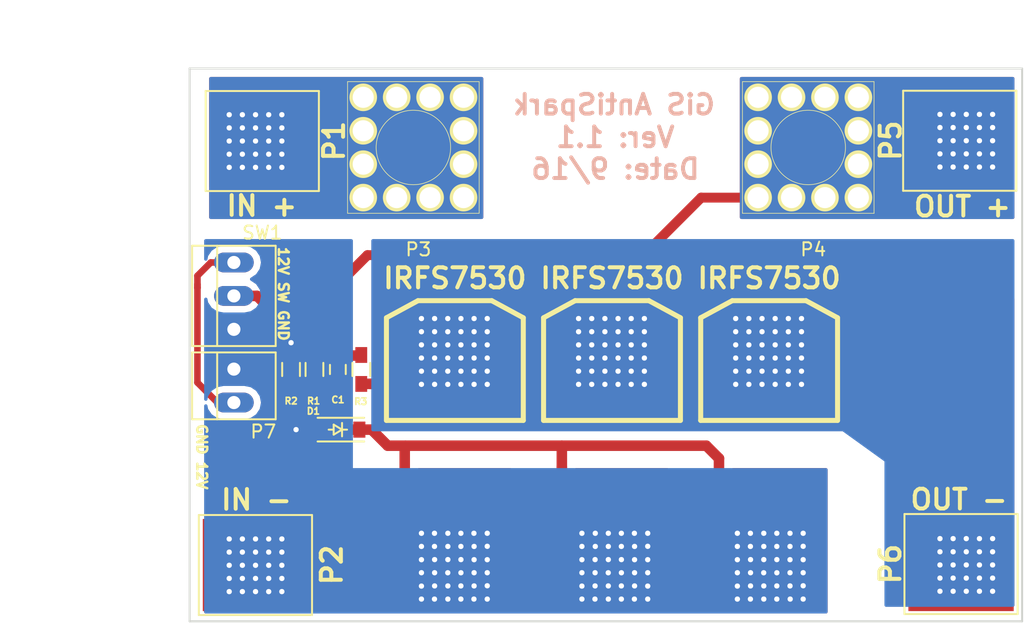
<source format=kicad_pcb>
(kicad_pcb (version 4) (host pcbnew 4.0.2-stable)

  (general
    (links 57)
    (no_connects 0)
    (area 165.228002 43.1494 244.524114 92.2042)
    (thickness 1.6)
    (drawings 14)
    (tracks 683)
    (zones 0)
    (modules 16)
    (nets 8)
  )

  (page A4)
  (layers
    (0 F.Cu signal)
    (31 B.Cu signal hide)
    (32 B.Adhes user)
    (33 F.Adhes user)
    (34 B.Paste user)
    (35 F.Paste user)
    (36 B.SilkS user)
    (37 F.SilkS user)
    (38 B.Mask user)
    (39 F.Mask user)
    (40 Dwgs.User user)
    (41 Cmts.User user)
    (42 Eco1.User user)
    (43 Eco2.User user)
    (44 Edge.Cuts user)
    (45 Margin user)
    (46 B.CrtYd user)
    (47 F.CrtYd user)
    (48 B.Fab user)
    (49 F.Fab user)
  )

  (setup
    (last_trace_width 0.25)
    (trace_clearance 0.2)
    (zone_clearance 0.508)
    (zone_45_only no)
    (trace_min 0.2)
    (segment_width 0.2)
    (edge_width 0.15)
    (via_size 0.6)
    (via_drill 0.4)
    (via_min_size 0.4)
    (via_min_drill 0.3)
    (uvia_size 0.3)
    (uvia_drill 0.1)
    (uvias_allowed no)
    (uvia_min_size 0.2)
    (uvia_min_drill 0.1)
    (pcb_text_width 0.3)
    (pcb_text_size 1.5 1.5)
    (mod_edge_width 0.15)
    (mod_text_size 1 1)
    (mod_text_width 0.15)
    (pad_size 8 7)
    (pad_drill 0)
    (pad_to_mask_clearance 0.2)
    (aux_axis_origin 0 0)
    (visible_elements 7FFFFFFF)
    (pcbplotparams
      (layerselection 0x010f0_80000001)
      (usegerberextensions false)
      (excludeedgelayer true)
      (linewidth 0.100000)
      (plotframeref false)
      (viasonmask false)
      (mode 1)
      (useauxorigin false)
      (hpglpennumber 1)
      (hpglpenspeed 20)
      (hpglpendiameter 15)
      (hpglpenoverlay 2)
      (psnegative false)
      (psa4output false)
      (plotreference true)
      (plotvalue true)
      (plotinvisibletext false)
      (padsonsilk false)
      (subtractmaskfromsilk false)
      (outputformat 1)
      (mirror false)
      (drillshape 0)
      (scaleselection 1)
      (outputdirectory gerbers/))
  )

  (net 0 "")
  (net 1 VCC)
  (net 2 GND)
  (net 3 "Net-(C1-Pad2)")
  (net 4 "Net-(C1-Pad1)")
  (net 5 "Net-(P4-Pad1)")
  (net 6 "Net-(P6-Pad1)")
  (net 7 +12V)

  (net_class Default "This is the default net class."
    (clearance 0.2)
    (trace_width 0.25)
    (via_dia 0.6)
    (via_drill 0.4)
    (uvia_dia 0.3)
    (uvia_drill 0.1)
    (add_net +12V)
    (add_net GND)
    (add_net "Net-(C1-Pad1)")
    (add_net "Net-(C1-Pad2)")
    (add_net "Net-(P4-Pad1)")
    (add_net "Net-(P6-Pad1)")
    (add_net VCC)
  )

  (module Connect:PINHEAD1-2 (layer F.Cu) (tedit 5782CC6E) (tstamp 577EEB01)
    (at 183.3626 72.1106 90)
    (path /577ECAA0)
    (attr virtual)
    (fp_text reference P7 (at -3.4798 2.2352 180) (layer F.SilkS)
      (effects (font (size 1 1) (thickness 0.15)))
    )
    (fp_text value CONN_01X02 (at -0.0508 2.5146 270) (layer F.Fab)
      (effects (font (size 0.5 0.5) (thickness 0.125)))
    )
    (fp_line (start 2.54 -1.27) (end -2.54 -1.27) (layer F.SilkS) (width 0.15))
    (fp_line (start 2.54 3.175) (end -2.54 3.175) (layer F.SilkS) (width 0.15))
    (fp_line (start -2.54 -3.175) (end 2.54 -3.175) (layer F.SilkS) (width 0.15))
    (fp_line (start -2.54 -3.175) (end -2.54 3.175) (layer F.SilkS) (width 0.15))
    (fp_line (start 2.54 -3.175) (end 2.54 3.175) (layer F.SilkS) (width 0.15))
    (pad 1 thru_hole oval (at -1.27 0 90) (size 1.50622 3.01498) (drill 0.99822) (layers *.Cu *.Mask)
      (net 7 +12V))
    (pad 2 thru_hole oval (at 1.27 0 90) (size 1.50622 3.01498) (drill 0.99822) (layers *.Cu *.Mask)
      (net 2 GND))
  )

  (module Connect:PINHEAD1-3 (layer F.Cu) (tedit 57E47D41) (tstamp 577EEB52)
    (at 183.3626 65.278 90)
    (path /5775E6E6)
    (attr virtual)
    (fp_text reference SW1 (at 4.8006 2.159 180) (layer F.SilkS)
      (effects (font (size 1 1) (thickness 0.15)))
    )
    (fp_text value SW_PUSH (at 4.699 -1.1938 180) (layer F.Fab)
      (effects (font (size 0.5 0.5) (thickness 0.125)))
    )
    (fp_line (start -3.81 -3.175) (end -3.81 3.175) (layer F.SilkS) (width 0.15))
    (fp_line (start 3.81 -3.175) (end 3.81 3.175) (layer F.SilkS) (width 0.15))
    (fp_line (start 3.81 -1.27) (end -3.81 -1.27) (layer F.SilkS) (width 0.15))
    (fp_line (start -3.81 -3.175) (end 3.81 -3.175) (layer F.SilkS) (width 0.15))
    (fp_line (start 3.81 3.175) (end -3.81 3.175) (layer F.SilkS) (width 0.15))
    (pad 1 thru_hole oval (at -2.54 0 90) (size 1.50622 3.01498) (drill 0.99822) (layers *.Cu *.Mask)
      (net 2 GND))
    (pad 2 thru_hole oval (at 0 0 90) (size 1.50622 3.01498) (drill 0.99822) (layers *.Cu *.Mask)
      (net 3 "Net-(C1-Pad2)"))
    (pad 3 thru_hole oval (at 2.54 0 90) (size 1.50622 3.01498) (drill 0.99822) (layers *.Cu *.Mask)
      (net 7 +12V))
  )

  (module Diodes_SMD:SOD-123 (layer F.Cu) (tedit 57E58D2A) (tstamp 577EEAA8)
    (at 191.262 75.438 180)
    (descr SOD-123)
    (tags SOD-123)
    (path /5775E48B)
    (attr smd)
    (fp_text reference D1 (at 1.862 1.408 180) (layer F.SilkS)
      (effects (font (size 0.5 0.5) (thickness 0.125)))
    )
    (fp_text value ZENER (at 0 -2.032 180) (layer F.Fab)
      (effects (font (size 1 1) (thickness 0.15)))
    )
    (fp_line (start 0.3175 0) (end 0.6985 0) (layer F.SilkS) (width 0.15))
    (fp_line (start -0.6985 0) (end -0.3175 0) (layer F.SilkS) (width 0.15))
    (fp_line (start -0.3175 0) (end 0.3175 -0.381) (layer F.SilkS) (width 0.15))
    (fp_line (start 0.3175 -0.381) (end 0.3175 0.381) (layer F.SilkS) (width 0.15))
    (fp_line (start 0.3175 0.381) (end -0.3175 0) (layer F.SilkS) (width 0.15))
    (fp_line (start -0.3175 -0.508) (end -0.3175 0.508) (layer F.SilkS) (width 0.15))
    (fp_line (start -2.25 -1.05) (end 2.25 -1.05) (layer F.CrtYd) (width 0.05))
    (fp_line (start 2.25 -1.05) (end 2.25 1.05) (layer F.CrtYd) (width 0.05))
    (fp_line (start 2.25 1.05) (end -2.25 1.05) (layer F.CrtYd) (width 0.05))
    (fp_line (start -2.25 -1.05) (end -2.25 1.05) (layer F.CrtYd) (width 0.05))
    (fp_line (start -2 0.9) (end 1.54 0.9) (layer F.SilkS) (width 0.15))
    (fp_line (start -2 -0.9) (end 1.54 -0.9) (layer F.SilkS) (width 0.15))
    (pad 1 smd rect (at -1.635 0 180) (size 0.91 1.22) (layers F.Cu F.Paste F.Mask)
      (net 3 "Net-(C1-Pad2)"))
    (pad 2 smd rect (at 1.635 0 180) (size 0.91 1.22) (layers F.Cu F.Paste F.Mask)
      (net 2 GND))
  )

  (module sparkparts:D2PAK-7-GDS (layer F.Cu) (tedit 504CD5B2) (tstamp 577EEB12)
    (at 200.152 75.438)
    (path /577F004A)
    (fp_text reference Q1 (at 6.096 4.953) (layer F.SilkS) hide
      (effects (font (thickness 0.3048)))
    )
    (fp_text value IRFS7530 (at 0 -11.50112) (layer F.SilkS)
      (effects (font (thickness 0.3048)))
    )
    (fp_line (start 5.19938 -0.70104) (end -5.19938 -0.70104) (layer F.SilkS) (width 0.381))
    (fp_line (start -5.19938 -0.70104) (end -5.19938 -8.49884) (layer F.SilkS) (width 0.381))
    (fp_line (start -5.19938 -8.49884) (end -2.79908 -9.79932) (layer F.SilkS) (width 0.381))
    (fp_line (start -2.79908 -9.79932) (end 2.79908 -9.79932) (layer F.SilkS) (width 0.381))
    (fp_line (start 2.79908 -9.79932) (end 5.19938 -8.49884) (layer F.SilkS) (width 0.381))
    (fp_line (start 5.19938 -8.49884) (end 5.19938 -0.70104) (layer F.SilkS) (width 0.381))
    (pad D smd rect (at 0 -5.90042) (size 10.80008 8.15086) (layers F.Cu F.Paste F.Mask)
      (net 6 "Net-(P6-Pad1)"))
    (pad G smd rect (at -3.81 4.70154) (size 0.89916 3.2004) (layers F.Cu F.Paste F.Mask)
      (net 3 "Net-(C1-Pad2)"))
    (pad S smd rect (at -2.54 4.70154) (size 0.89916 3.2004) (layers F.Cu F.Paste F.Mask)
      (net 2 GND))
    (pad S smd rect (at -1.27 4.70154) (size 0.89916 3.2004) (layers F.Cu F.Paste F.Mask)
      (net 2 GND))
    (pad S smd rect (at 1.27 4.70154) (size 0.89916 3.2004) (layers F.Cu F.Paste F.Mask)
      (net 2 GND))
    (pad S smd rect (at 2.54 4.70154) (size 0.89916 3.2004) (layers F.Cu F.Paste F.Mask)
      (net 2 GND))
    (pad S smd rect (at 3.81 4.70154) (size 0.89916 3.2004) (layers F.Cu F.Paste F.Mask)
      (net 2 GND))
  )

  (module sparkparts:D2PAK-7-GDS (layer F.Cu) (tedit 504CD5B2) (tstamp 577EEB23)
    (at 212.09 75.438)
    (path /577F00A7)
    (fp_text reference Q2 (at 5.969 4.826) (layer F.SilkS) hide
      (effects (font (thickness 0.3048)))
    )
    (fp_text value IRFS7530 (at 0 -11.50112) (layer F.SilkS)
      (effects (font (thickness 0.3048)))
    )
    (fp_line (start 5.19938 -0.70104) (end -5.19938 -0.70104) (layer F.SilkS) (width 0.381))
    (fp_line (start -5.19938 -0.70104) (end -5.19938 -8.49884) (layer F.SilkS) (width 0.381))
    (fp_line (start -5.19938 -8.49884) (end -2.79908 -9.79932) (layer F.SilkS) (width 0.381))
    (fp_line (start -2.79908 -9.79932) (end 2.79908 -9.79932) (layer F.SilkS) (width 0.381))
    (fp_line (start 2.79908 -9.79932) (end 5.19938 -8.49884) (layer F.SilkS) (width 0.381))
    (fp_line (start 5.19938 -8.49884) (end 5.19938 -0.70104) (layer F.SilkS) (width 0.381))
    (pad D smd rect (at 0 -5.90042) (size 10.80008 8.15086) (layers F.Cu F.Paste F.Mask)
      (net 6 "Net-(P6-Pad1)"))
    (pad G smd rect (at -3.81 4.70154) (size 0.89916 3.2004) (layers F.Cu F.Paste F.Mask)
      (net 3 "Net-(C1-Pad2)"))
    (pad S smd rect (at -2.54 4.70154) (size 0.89916 3.2004) (layers F.Cu F.Paste F.Mask)
      (net 2 GND))
    (pad S smd rect (at -1.27 4.70154) (size 0.89916 3.2004) (layers F.Cu F.Paste F.Mask)
      (net 2 GND))
    (pad S smd rect (at 1.27 4.70154) (size 0.89916 3.2004) (layers F.Cu F.Paste F.Mask)
      (net 2 GND))
    (pad S smd rect (at 2.54 4.70154) (size 0.89916 3.2004) (layers F.Cu F.Paste F.Mask)
      (net 2 GND))
    (pad S smd rect (at 3.81 4.70154) (size 0.89916 3.2004) (layers F.Cu F.Paste F.Mask)
      (net 2 GND))
  )

  (module sparkparts:D2PAK-7-GDS (layer F.Cu) (tedit 504CD5B2) (tstamp 577EEB34)
    (at 224.028 75.438)
    (path /577F00F2)
    (fp_text reference Q3 (at 5.969 4.826) (layer F.SilkS) hide
      (effects (font (thickness 0.3048)))
    )
    (fp_text value IRFS7530 (at 0 -11.50112) (layer F.SilkS)
      (effects (font (thickness 0.3048)))
    )
    (fp_line (start 5.19938 -0.70104) (end -5.19938 -0.70104) (layer F.SilkS) (width 0.381))
    (fp_line (start -5.19938 -0.70104) (end -5.19938 -8.49884) (layer F.SilkS) (width 0.381))
    (fp_line (start -5.19938 -8.49884) (end -2.79908 -9.79932) (layer F.SilkS) (width 0.381))
    (fp_line (start -2.79908 -9.79932) (end 2.79908 -9.79932) (layer F.SilkS) (width 0.381))
    (fp_line (start 2.79908 -9.79932) (end 5.19938 -8.49884) (layer F.SilkS) (width 0.381))
    (fp_line (start 5.19938 -8.49884) (end 5.19938 -0.70104) (layer F.SilkS) (width 0.381))
    (pad D smd rect (at 0 -5.90042) (size 10.80008 8.15086) (layers F.Cu F.Paste F.Mask)
      (net 6 "Net-(P6-Pad1)"))
    (pad G smd rect (at -3.81 4.70154) (size 0.89916 3.2004) (layers F.Cu F.Paste F.Mask)
      (net 3 "Net-(C1-Pad2)"))
    (pad S smd rect (at -2.54 4.70154) (size 0.89916 3.2004) (layers F.Cu F.Paste F.Mask)
      (net 2 GND))
    (pad S smd rect (at -1.27 4.70154) (size 0.89916 3.2004) (layers F.Cu F.Paste F.Mask)
      (net 2 GND))
    (pad S smd rect (at 1.27 4.70154) (size 0.89916 3.2004) (layers F.Cu F.Paste F.Mask)
      (net 2 GND))
    (pad S smd rect (at 2.54 4.70154) (size 0.89916 3.2004) (layers F.Cu F.Paste F.Mask)
      (net 2 GND))
    (pad S smd rect (at 3.81 4.70154) (size 0.89916 3.2004) (layers F.Cu F.Paste F.Mask)
      (net 2 GND))
  )

  (module Capacitors_SMD:C_0603_HandSoldering (layer F.Cu) (tedit 57E58BA2) (tstamp 577EEAA2)
    (at 191.262 70.866 270)
    (descr "Capacitor SMD 0603, hand soldering")
    (tags "capacitor 0603")
    (path /5775E442)
    (attr smd)
    (fp_text reference C1 (at 2.304 -0.008 360) (layer F.SilkS)
      (effects (font (size 0.5 0.5) (thickness 0.125)))
    )
    (fp_text value 1uF (at 0 1.9 270) (layer F.Fab)
      (effects (font (size 1 1) (thickness 0.15)))
    )
    (fp_line (start -1.85 -0.75) (end 1.85 -0.75) (layer F.CrtYd) (width 0.05))
    (fp_line (start -1.85 0.75) (end 1.85 0.75) (layer F.CrtYd) (width 0.05))
    (fp_line (start -1.85 -0.75) (end -1.85 0.75) (layer F.CrtYd) (width 0.05))
    (fp_line (start 1.85 -0.75) (end 1.85 0.75) (layer F.CrtYd) (width 0.05))
    (fp_line (start -0.35 -0.6) (end 0.35 -0.6) (layer F.SilkS) (width 0.15))
    (fp_line (start 0.35 0.6) (end -0.35 0.6) (layer F.SilkS) (width 0.15))
    (pad 1 smd rect (at -0.95 0 270) (size 1.2 0.75) (layers F.Cu F.Paste F.Mask)
      (net 4 "Net-(C1-Pad1)"))
    (pad 2 smd rect (at 0.95 0 270) (size 1.2 0.75) (layers F.Cu F.Paste F.Mask)
      (net 3 "Net-(C1-Pad2)"))
    (model Capacitors_SMD.3dshapes/C_0603_HandSoldering.wrl
      (at (xyz 0 0 0))
      (scale (xyz 1 1 1))
      (rotate (xyz 0 0 0))
    )
  )

  (module Resistors_SMD:R_0603_HandSoldering (layer F.Cu) (tedit 57E58B79) (tstamp 577EEB40)
    (at 187.706 70.866 90)
    (descr "Resistor SMD 0603, hand soldering")
    (tags "resistor 0603")
    (path /5775E315)
    (attr smd)
    (fp_text reference R2 (at -2.394 0.004 180) (layer F.SilkS)
      (effects (font (size 0.5 0.5) (thickness 0.125)))
    )
    (fp_text value 1M (at 0 1.9 90) (layer F.Fab)
      (effects (font (size 1 1) (thickness 0.15)))
    )
    (fp_line (start -2 -0.8) (end 2 -0.8) (layer F.CrtYd) (width 0.05))
    (fp_line (start -2 0.8) (end 2 0.8) (layer F.CrtYd) (width 0.05))
    (fp_line (start -2 -0.8) (end -2 0.8) (layer F.CrtYd) (width 0.05))
    (fp_line (start 2 -0.8) (end 2 0.8) (layer F.CrtYd) (width 0.05))
    (fp_line (start 0.5 0.675) (end -0.5 0.675) (layer F.SilkS) (width 0.15))
    (fp_line (start -0.5 -0.675) (end 0.5 -0.675) (layer F.SilkS) (width 0.15))
    (pad 1 smd rect (at -1.1 0 90) (size 1.2 0.9) (layers F.Cu F.Paste F.Mask)
      (net 3 "Net-(C1-Pad2)"))
    (pad 2 smd rect (at 1.1 0 90) (size 1.2 0.9) (layers F.Cu F.Paste F.Mask)
      (net 2 GND))
    (model Resistors_SMD.3dshapes/R_0603_HandSoldering.wrl
      (at (xyz 0 0 0))
      (scale (xyz 1 1 1))
      (rotate (xyz 0 0 0))
    )
  )

  (module Resistors_SMD:R_0603_HandSoldering (layer F.Cu) (tedit 57E58B8A) (tstamp 577EEB3A)
    (at 189.484 70.866 270)
    (descr "Resistor SMD 0603, hand soldering")
    (tags "resistor 0603")
    (path /5775E3D7)
    (attr smd)
    (fp_text reference R1 (at 2.394 0.064 360) (layer F.SilkS)
      (effects (font (size 0.5 0.5) (thickness 0.125)))
    )
    (fp_text value 1M (at 0 1.9 270) (layer F.Fab)
      (effects (font (size 1 1) (thickness 0.15)))
    )
    (fp_line (start -2 -0.8) (end 2 -0.8) (layer F.CrtYd) (width 0.05))
    (fp_line (start -2 0.8) (end 2 0.8) (layer F.CrtYd) (width 0.05))
    (fp_line (start -2 -0.8) (end -2 0.8) (layer F.CrtYd) (width 0.05))
    (fp_line (start 2 -0.8) (end 2 0.8) (layer F.CrtYd) (width 0.05))
    (fp_line (start 0.5 0.675) (end -0.5 0.675) (layer F.SilkS) (width 0.15))
    (fp_line (start -0.5 -0.675) (end 0.5 -0.675) (layer F.SilkS) (width 0.15))
    (pad 1 smd rect (at -1.1 0 270) (size 1.2 0.9) (layers F.Cu F.Paste F.Mask)
      (net 5 "Net-(P4-Pad1)"))
    (pad 2 smd rect (at 1.1 0 270) (size 1.2 0.9) (layers F.Cu F.Paste F.Mask)
      (net 3 "Net-(C1-Pad2)"))
    (model Resistors_SMD.3dshapes/R_0603_HandSoldering.wrl
      (at (xyz 0 0 0))
      (scale (xyz 1 1 1))
      (rotate (xyz 0 0 0))
    )
  )

  (module Resistors_SMD:R_0603_HandSoldering (layer F.Cu) (tedit 57E58B94) (tstamp 577EEB46)
    (at 193.04 70.866 90)
    (descr "Resistor SMD 0603, hand soldering")
    (tags "resistor 0603")
    (path /5775E416)
    (attr smd)
    (fp_text reference R3 (at -2.434 -0.04 180) (layer F.SilkS)
      (effects (font (size 0.5 0.5) (thickness 0.125)))
    )
    (fp_text value 1K (at 0 1.9 90) (layer F.Fab)
      (effects (font (size 1 1) (thickness 0.15)))
    )
    (fp_line (start -2 -0.8) (end 2 -0.8) (layer F.CrtYd) (width 0.05))
    (fp_line (start -2 0.8) (end 2 0.8) (layer F.CrtYd) (width 0.05))
    (fp_line (start -2 -0.8) (end -2 0.8) (layer F.CrtYd) (width 0.05))
    (fp_line (start 2 -0.8) (end 2 0.8) (layer F.CrtYd) (width 0.05))
    (fp_line (start 0.5 0.675) (end -0.5 0.675) (layer F.SilkS) (width 0.15))
    (fp_line (start -0.5 -0.675) (end 0.5 -0.675) (layer F.SilkS) (width 0.15))
    (pad 1 smd rect (at -1.1 0 90) (size 1.2 0.9) (layers F.Cu F.Paste F.Mask)
      (net 6 "Net-(P6-Pad1)"))
    (pad 2 smd rect (at 1.1 0 90) (size 1.2 0.9) (layers F.Cu F.Paste F.Mask)
      (net 4 "Net-(C1-Pad1)"))
    (model Resistors_SMD.3dshapes/R_0603_HandSoldering.wrl
      (at (xyz 0 0 0))
      (scale (xyz 1 1 1))
      (rotate (xyz 0 0 0))
    )
  )

  (module Spark_Parts:1PAD_8x7mm (layer F.Cu) (tedit 57E47E77) (tstamp 577EEAF6)
    (at 238.61 85.65)
    (path /577ED99B)
    (fp_text reference P6 (at -5.37 0 270) (layer F.SilkS)
      (effects (font (thickness 0.3048)))
    )
    (fp_text value Pad_Conn (at 0.01 5.06) (layer F.SilkS) hide
      (effects (font (thickness 0.3048)))
    )
    (fp_line (start -4.3 -3.8) (end 4.3 -3.8) (layer F.SilkS) (width 0.15))
    (fp_line (start 4.3 -3.8) (end 4.3 3.8) (layer F.SilkS) (width 0.15))
    (fp_line (start 4.3 3.8) (end -4.3 3.8) (layer F.SilkS) (width 0.15))
    (fp_line (start -4.3 3.8) (end -4.3 -3.8) (layer F.SilkS) (width 0.15))
    (pad 1 smd rect (at 0 0.075) (size 8 7) (layers F.Cu F.Paste F.Mask)
      (net 6 "Net-(P6-Pad1)"))
  )

  (module Spark_Parts:1PAD_8x7mm (layer F.Cu) (tedit 57E47E36) (tstamp 577EEAED)
    (at 238.51 53.49)
    (path /577ED9DE)
    (fp_text reference P5 (at -5.25 -0.01 270) (layer F.SilkS)
      (effects (font (thickness 0.3048)))
    )
    (fp_text value Pad_Conn (at -0.76 6.7) (layer F.SilkS) hide
      (effects (font (thickness 0.3048)))
    )
    (fp_line (start -4.3 -3.8) (end 4.3 -3.8) (layer F.SilkS) (width 0.15))
    (fp_line (start 4.3 -3.8) (end 4.3 3.8) (layer F.SilkS) (width 0.15))
    (fp_line (start 4.3 3.8) (end -4.3 3.8) (layer F.SilkS) (width 0.15))
    (fp_line (start -4.3 3.8) (end -4.3 -3.8) (layer F.SilkS) (width 0.15))
    (pad 1 smd rect (at -0.01 0.01) (size 8 7) (layers F.Cu F.Paste F.Mask)
      (net 5 "Net-(P4-Pad1)"))
  )

  (module Spark_Parts:1PAD_8x7mm (layer F.Cu) (tedit 57DC5F4B) (tstamp 577EEABA)
    (at 185 85.725)
    (path /577ED942)
    (fp_text reference P2 (at 5.8 -0.005 270) (layer F.SilkS)
      (effects (font (thickness 0.3048)))
    )
    (fp_text value Pad_Conn (at 0.01 5.06) (layer F.SilkS) hide
      (effects (font (thickness 0.3048)))
    )
    (fp_line (start -4.3 -3.8) (end 4.3 -3.8) (layer F.SilkS) (width 0.15))
    (fp_line (start 4.3 -3.8) (end 4.3 3.8) (layer F.SilkS) (width 0.15))
    (fp_line (start 4.3 3.8) (end -4.3 3.8) (layer F.SilkS) (width 0.15))
    (fp_line (start -4.3 3.8) (end -4.3 -3.8) (layer F.SilkS) (width 0.15))
    (pad 1 smd rect (at 0 0) (size 8 7) (layers F.Cu F.Paste F.Mask)
      (net 2 GND))
  )

  (module Spark_Parts:1PAD_8x7mm (layer F.Cu) (tedit 57E47E3F) (tstamp 577EEAB1)
    (at 185.52 53.51)
    (path /577ED8F0)
    (fp_text reference P1 (at 5.45 0 270) (layer F.SilkS)
      (effects (font (thickness 0.3048)))
    )
    (fp_text value Pad_Conn (at 0.26 -4.4) (layer F.SilkS) hide
      (effects (font (thickness 0.3048)))
    )
    (fp_line (start -4.3 -3.8) (end 4.3 -3.8) (layer F.SilkS) (width 0.15))
    (fp_line (start 4.3 -3.8) (end 4.3 3.8) (layer F.SilkS) (width 0.15))
    (fp_line (start 4.3 3.8) (end -4.3 3.8) (layer F.SilkS) (width 0.15))
    (fp_line (start -4.3 3.8) (end -4.3 -3.8) (layer F.SilkS) (width 0.15))
    (pad 1 smd rect (at -0.02 -0.01) (size 8 7) (layers F.Cu F.Paste F.Mask)
      (net 1 VCC))
  )

  (module Spark_Parts:M5_Screw_Terminal_12_pin (layer F.Cu) (tedit 57E58B15) (tstamp 577EEAE4)
    (at 227 54)
    (path /577ECEBD)
    (fp_text reference P4 (at 0.381 7.747) (layer F.SilkS)
      (effects (font (size 1 1) (thickness 0.15)))
    )
    (fp_text value Screw_Terminal (at -0.381 6.096) (layer F.Fab)
      (effects (font (size 1 1) (thickness 0.15)))
    )
    (fp_line (start -5 -5) (end -5 5) (layer F.SilkS) (width 0.05))
    (fp_line (start -5 5) (end 5 5) (layer F.SilkS) (width 0.05))
    (fp_line (start 5 5) (end 5 -5) (layer F.SilkS) (width 0.05))
    (fp_line (start 5 -5) (end -5 -5) (layer F.SilkS) (width 0.05))
    (fp_circle (center 0 0) (end 2 2) (layer F.SilkS) (width 0.05))
    (pad 1 thru_hole circle (at -1.27 3.81) (size 2.1 2.1) (drill oval 1.6) (layers *.Cu *.Mask F.SilkS)
      (net 5 "Net-(P4-Pad1)"))
    (pad 1 thru_hole circle (at 1.27 3.81) (size 2.1 2.1) (drill oval 1.6) (layers *.Cu *.Mask F.SilkS)
      (net 5 "Net-(P4-Pad1)"))
    (pad 1 thru_hole circle (at 3.81 3.81) (size 2.1 2.1) (drill oval 1.6) (layers *.Cu *.Mask F.SilkS)
      (net 5 "Net-(P4-Pad1)"))
    (pad 1 thru_hole circle (at 3.81 1.27) (size 2.1 2.1) (drill oval 1.6) (layers *.Cu *.Mask F.SilkS)
      (net 5 "Net-(P4-Pad1)"))
    (pad 1 thru_hole circle (at 3.81 -1.27) (size 2.1 2.1) (drill oval 1.6) (layers *.Cu *.Mask F.SilkS)
      (net 5 "Net-(P4-Pad1)"))
    (pad 1 thru_hole circle (at 3.81 -3.81) (size 2.1 2.1) (drill oval 1.6) (layers *.Cu *.Mask F.SilkS)
      (net 5 "Net-(P4-Pad1)"))
    (pad 1 thru_hole circle (at -3.81 3.81) (size 2.1 2.1) (drill oval 1.6) (layers *.Cu *.Mask F.SilkS)
      (net 5 "Net-(P4-Pad1)"))
    (pad 1 thru_hole circle (at -3.81 1.27) (size 2.1 2.1) (drill oval 1.6) (layers *.Cu *.Mask F.SilkS)
      (net 5 "Net-(P4-Pad1)"))
    (pad 1 thru_hole circle (at -3.81 -1.27) (size 2.1 2.1) (drill oval 1.6) (layers *.Cu *.Mask F.SilkS)
      (net 5 "Net-(P4-Pad1)"))
    (pad 1 thru_hole circle (at -3.81 -3.81) (size 2.1 2.1) (drill oval 1.6) (layers *.Cu *.Mask F.SilkS)
      (net 5 "Net-(P4-Pad1)"))
    (pad 1 thru_hole circle (at -1.27 -3.81) (size 2.1 2.1) (drill oval 1.6) (layers *.Cu *.Mask F.SilkS)
      (net 5 "Net-(P4-Pad1)"))
    (pad 1 thru_hole circle (at 1.27 -3.81) (size 2.1 2.1) (drill oval 1.6) (layers *.Cu *.Mask F.SilkS)
      (net 5 "Net-(P4-Pad1)"))
  )

  (module Spark_Parts:M5_Screw_Terminal_12_pin (layer F.Cu) (tedit 57E58B15) (tstamp 577EEACF)
    (at 197 54)
    (path /577ECE79)
    (fp_text reference P3 (at 0.381 7.747) (layer F.SilkS)
      (effects (font (size 1 1) (thickness 0.15)))
    )
    (fp_text value Screw_Terminal (at -0.381 6.096) (layer F.Fab)
      (effects (font (size 1 1) (thickness 0.15)))
    )
    (fp_line (start -5 -5) (end -5 5) (layer F.SilkS) (width 0.05))
    (fp_line (start -5 5) (end 5 5) (layer F.SilkS) (width 0.05))
    (fp_line (start 5 5) (end 5 -5) (layer F.SilkS) (width 0.05))
    (fp_line (start 5 -5) (end -5 -5) (layer F.SilkS) (width 0.05))
    (fp_circle (center 0 0) (end 2 2) (layer F.SilkS) (width 0.05))
    (pad 1 thru_hole circle (at -1.27 3.81) (size 2.1 2.1) (drill oval 1.6) (layers *.Cu *.Mask F.SilkS)
      (net 1 VCC))
    (pad 1 thru_hole circle (at 1.27 3.81) (size 2.1 2.1) (drill oval 1.6) (layers *.Cu *.Mask F.SilkS)
      (net 1 VCC))
    (pad 1 thru_hole circle (at 3.81 3.81) (size 2.1 2.1) (drill oval 1.6) (layers *.Cu *.Mask F.SilkS)
      (net 1 VCC))
    (pad 1 thru_hole circle (at 3.81 1.27) (size 2.1 2.1) (drill oval 1.6) (layers *.Cu *.Mask F.SilkS)
      (net 1 VCC))
    (pad 1 thru_hole circle (at 3.81 -1.27) (size 2.1 2.1) (drill oval 1.6) (layers *.Cu *.Mask F.SilkS)
      (net 1 VCC))
    (pad 1 thru_hole circle (at 3.81 -3.81) (size 2.1 2.1) (drill oval 1.6) (layers *.Cu *.Mask F.SilkS)
      (net 1 VCC))
    (pad 1 thru_hole circle (at -3.81 3.81) (size 2.1 2.1) (drill oval 1.6) (layers *.Cu *.Mask F.SilkS)
      (net 1 VCC))
    (pad 1 thru_hole circle (at -3.81 1.27) (size 2.1 2.1) (drill oval 1.6) (layers *.Cu *.Mask F.SilkS)
      (net 1 VCC))
    (pad 1 thru_hole circle (at -3.81 -1.27) (size 2.1 2.1) (drill oval 1.6) (layers *.Cu *.Mask F.SilkS)
      (net 1 VCC))
    (pad 1 thru_hole circle (at -3.81 -3.81) (size 2.1 2.1) (drill oval 1.6) (layers *.Cu *.Mask F.SilkS)
      (net 1 VCC))
    (pad 1 thru_hole circle (at -1.27 -3.81) (size 2.1 2.1) (drill oval 1.6) (layers *.Cu *.Mask F.SilkS)
      (net 1 VCC))
    (pad 1 thru_hole circle (at 1.27 -3.81) (size 2.1 2.1) (drill oval 1.6) (layers *.Cu *.Mask F.SilkS)
      (net 1 VCC))
  )

  (dimension 41.9862 (width 0.3) (layer Eco1.User)
    (gr_text "41.986 mm" (at 171.878001 68.9991 270) (layer Eco1.User)
      (effects (font (size 1.5 1.5) (thickness 0.3)))
    )
    (feature1 (pts (xy 180.0098 89.9922) (xy 170.528001 89.9922)))
    (feature2 (pts (xy 180.0098 48.006) (xy 170.528001 48.006)))
    (crossbar (pts (xy 173.228001 48.006) (xy 173.228001 89.9922)))
    (arrow1a (pts (xy 173.228001 89.9922) (xy 172.64158 88.865696)))
    (arrow1b (pts (xy 173.228001 89.9922) (xy 173.814422 88.865696)))
    (arrow2a (pts (xy 173.228001 48.006) (xy 172.64158 49.132504)))
    (arrow2b (pts (xy 173.228001 48.006) (xy 173.814422 49.132504)))
  )
  (dimension 63.246 (width 0.3) (layer Eco1.User)
    (gr_text "63.246 mm" (at 211.6328 44.6494) (layer Eco1.User)
      (effects (font (size 1.5 1.5) (thickness 0.3)))
    )
    (feature1 (pts (xy 243.2558 48.006) (xy 243.2558 43.2994)))
    (feature2 (pts (xy 180.0098 48.006) (xy 180.0098 43.2994)))
    (crossbar (pts (xy 180.0098 45.9994) (xy 243.2558 45.9994)))
    (arrow1a (pts (xy 243.2558 45.9994) (xy 242.129296 46.585821)))
    (arrow1b (pts (xy 243.2558 45.9994) (xy 242.129296 45.412979)))
    (arrow2a (pts (xy 180.0098 45.9994) (xy 181.136304 46.585821)))
    (arrow2b (pts (xy 180.0098 45.9994) (xy 181.136304 45.412979)))
  )
  (gr_text "GND 12V" (at 180.9242 77.4954 270) (layer F.SilkS)
    (effects (font (size 0.75 0.75) (thickness 0.1875)))
  )
  (gr_text "Ver: 1.1\nDate: 9/16" (at 212.344 54.4322) (layer B.SilkS)
    (effects (font (size 1.5 1.5) (thickness 0.3)) (justify mirror))
  )
  (gr_text "GiS AntiSpark" (at 212.2424 50.7492) (layer B.SilkS)
    (effects (font (size 1.5 1.5) (thickness 0.3)) (justify mirror))
  )
  (gr_text "12V SW GND" (at 187.1218 65.1256 270) (layer F.SilkS)
    (effects (font (size 0.75 0.75) (thickness 0.1875)))
  )
  (gr_text "OUT -" (at 238.45 80.75) (layer F.SilkS)
    (effects (font (size 1.5 1.5) (thickness 0.3)))
  )
  (gr_text "OUT +" (at 238.71 58.49) (layer F.SilkS)
    (effects (font (size 1.5 1.5) (thickness 0.3)))
  )
  (gr_text "IN +" (at 185.48 58.44) (layer F.SilkS)
    (effects (font (size 1.5 1.5) (thickness 0.3)))
  )
  (gr_text "IN -" (at 185.07 80.77) (layer F.SilkS)
    (effects (font (size 1.5 1.5) (thickness 0.3)))
  )
  (gr_line (start 243.25 48) (end 180 48) (angle 90) (layer Edge.Cuts) (width 0.15))
  (gr_line (start 243.25 90) (end 243.25 48) (angle 90) (layer Edge.Cuts) (width 0.15))
  (gr_line (start 180 90) (end 243.25 90) (angle 90) (layer Edge.Cuts) (width 0.15))
  (gr_line (start 180 48) (end 180 90) (angle 90) (layer Edge.Cuts) (width 0.15))

  (segment (start 186.007 55.5112) (end 187.007 55.5112) (width 0.25) (layer F.Cu) (net 1))
  (segment (start 185.007 55.5112) (end 186.007 55.5112) (width 0.25) (layer F.Cu) (net 1))
  (segment (start 184.007 55.5112) (end 185.007 55.5112) (width 0.25) (layer F.Cu) (net 1))
  (segment (start 184.007 55.5112) (end 183.007 55.5112) (width 0.25) (layer F.Cu) (net 1))
  (segment (start 183.007 54.5112) (end 183.007 55.5112) (width 0.25) (layer F.Cu) (net 1))
  (segment (start 184.007 54.5112) (end 183.007 54.5112) (width 0.25) (layer F.Cu) (net 1))
  (segment (start 185.007 54.5112) (end 184.007 54.5112) (width 0.25) (layer F.Cu) (net 1))
  (segment (start 186.007 54.5112) (end 185.007 54.5112) (width 0.25) (layer F.Cu) (net 1))
  (segment (start 187.007 54.5112) (end 186.007 54.5112) (width 0.25) (layer F.Cu) (net 1))
  (segment (start 187.007 53.5112) (end 187.007 54.5112) (width 0.25) (layer F.Cu) (net 1))
  (segment (start 186.007 53.5112) (end 187.007 53.5112) (width 0.25) (layer F.Cu) (net 1))
  (segment (start 185.007 53.5112) (end 186.007 53.5112) (width 0.25) (layer F.Cu) (net 1))
  (segment (start 184.007 53.5112) (end 185.007 53.5112) (width 0.25) (layer F.Cu) (net 1))
  (segment (start 183.007 53.5112) (end 184.007 53.5112) (width 0.25) (layer F.Cu) (net 1))
  (segment (start 183.007 52.5112) (end 183.007 53.5112) (width 0.25) (layer F.Cu) (net 1))
  (segment (start 184.007 52.5112) (end 183.007 52.5112) (width 0.25) (layer F.Cu) (net 1))
  (segment (start 185.007 52.5112) (end 184.007 52.5112) (width 0.25) (layer F.Cu) (net 1))
  (segment (start 186.007 52.5112) (end 185.007 52.5112) (width 0.25) (layer F.Cu) (net 1))
  (segment (start 187.007 52.5112) (end 186.007 52.5112) (width 0.25) (layer F.Cu) (net 1))
  (segment (start 187.007 51.5112) (end 187.007 52.5112) (width 0.25) (layer F.Cu) (net 1))
  (segment (start 186.007 51.5112) (end 187.007 51.5112) (width 0.25) (layer F.Cu) (net 1))
  (segment (start 185.007 51.5112) (end 186.007 51.5112) (width 0.25) (layer F.Cu) (net 1))
  (segment (start 185.007 51.5112) (end 184.007 51.5112) (width 0.25) (layer F.Cu) (net 1))
  (segment (start 183.007 51.5112) (end 184.007 51.5112) (width 0.25) (layer F.Cu) (net 1))
  (segment (start 184.007 52.5112) (end 183.007 51.5112) (width 0.25) (layer F.Cu) (net 1))
  (segment (start 185.007 53.5112) (end 184.007 52.5112) (width 0.25) (layer F.Cu) (net 1))
  (via (at 187.007 55.5112) (size 0.6) (drill 0.4) (layers F.Cu B.Cu) (net 1) (tstamp 57859711))
  (via (at 186.007 55.5112) (size 0.6) (drill 0.4) (layers F.Cu B.Cu) (net 1) (tstamp 57859710))
  (via (at 185.007 55.5112) (size 0.6) (drill 0.4) (layers F.Cu B.Cu) (net 1) (tstamp 5785970F))
  (via (at 184.007 55.5112) (size 0.6) (drill 0.4) (layers F.Cu B.Cu) (net 1) (tstamp 5785970E))
  (via (at 183.007 55.5112) (size 0.6) (drill 0.4) (layers F.Cu B.Cu) (net 1) (tstamp 5785970D))
  (via (at 187.007 54.5112) (size 0.6) (drill 0.4) (layers F.Cu B.Cu) (net 1) (tstamp 5785970C))
  (via (at 186.007 54.5112) (size 0.6) (drill 0.4) (layers F.Cu B.Cu) (net 1) (tstamp 5785970B))
  (via (at 185.007 54.5112) (size 0.6) (drill 0.4) (layers F.Cu B.Cu) (net 1) (tstamp 5785970A))
  (via (at 184.007 54.5112) (size 0.6) (drill 0.4) (layers F.Cu B.Cu) (net 1) (tstamp 57859709))
  (via (at 183.007 54.5112) (size 0.6) (drill 0.4) (layers F.Cu B.Cu) (net 1) (tstamp 57859708))
  (via (at 187.007 53.5112) (size 0.6) (drill 0.4) (layers F.Cu B.Cu) (net 1) (tstamp 57859707))
  (via (at 186.007 53.5112) (size 0.6) (drill 0.4) (layers F.Cu B.Cu) (net 1) (tstamp 57859706))
  (via (at 185.007 53.5112) (size 0.6) (drill 0.4) (layers F.Cu B.Cu) (net 1) (tstamp 57859705))
  (via (at 184.007 53.5112) (size 0.6) (drill 0.4) (layers F.Cu B.Cu) (net 1) (tstamp 57859704))
  (via (at 183.007 53.5112) (size 0.6) (drill 0.4) (layers F.Cu B.Cu) (net 1) (tstamp 57859703))
  (via (at 187.007 52.5112) (size 0.6) (drill 0.4) (layers F.Cu B.Cu) (net 1) (tstamp 57859702))
  (via (at 186.007 52.5112) (size 0.6) (drill 0.4) (layers F.Cu B.Cu) (net 1) (tstamp 57859701))
  (via (at 185.007 52.5112) (size 0.6) (drill 0.4) (layers F.Cu B.Cu) (net 1) (tstamp 57859700))
  (via (at 184.007 52.5112) (size 0.6) (drill 0.4) (layers F.Cu B.Cu) (net 1) (tstamp 578596FF))
  (via (at 183.007 52.5112) (size 0.6) (drill 0.4) (layers F.Cu B.Cu) (net 1) (tstamp 578596FE))
  (via (at 187.007 51.5112) (size 0.6) (drill 0.4) (layers F.Cu B.Cu) (net 1) (tstamp 578596FD))
  (via (at 186.007 51.5112) (size 0.6) (drill 0.4) (layers F.Cu B.Cu) (net 1) (tstamp 578596FC))
  (via (at 185.007 51.5112) (size 0.6) (drill 0.4) (layers F.Cu B.Cu) (net 1) (tstamp 578596FB))
  (via (at 184.007 51.5112) (size 0.6) (drill 0.4) (layers F.Cu B.Cu) (net 1) (tstamp 578596FA))
  (via (at 183.007 51.5112) (size 0.6) (drill 0.4) (layers F.Cu B.Cu) (net 1))
  (segment (start 186.007 85.7438) (end 187.007 85.7438) (width 0.25) (layer F.Cu) (net 2))
  (segment (start 185.007 85.7438) (end 186.007 85.7438) (width 0.25) (layer F.Cu) (net 2))
  (segment (start 185.007 85.7438) (end 184.007 85.7438) (width 0.25) (layer F.Cu) (net 2))
  (segment (start 183.007 85.7438) (end 184.007 85.7438) (width 0.25) (layer F.Cu) (net 2))
  (segment (start 183.007 84.7438) (end 183.007 85.7438) (width 0.25) (layer F.Cu) (net 2))
  (segment (start 184.007 84.7438) (end 183.007 84.7438) (width 0.25) (layer F.Cu) (net 2))
  (segment (start 185.007 84.7438) (end 184.007 84.7438) (width 0.25) (layer F.Cu) (net 2))
  (segment (start 186.007 84.7438) (end 185.007 84.7438) (width 0.25) (layer F.Cu) (net 2))
  (segment (start 187.007 84.7438) (end 186.007 84.7438) (width 0.25) (layer F.Cu) (net 2))
  (segment (start 187.007 83.7438) (end 187.007 84.7438) (width 0.25) (layer F.Cu) (net 2))
  (segment (start 186.007 83.7438) (end 187.007 83.7438) (width 0.25) (layer F.Cu) (net 2))
  (segment (start 185.007 83.7438) (end 186.007 83.7438) (width 0.25) (layer F.Cu) (net 2))
  (segment (start 184.007 83.7438) (end 185.007 83.7438) (width 0.25) (layer F.Cu) (net 2))
  (segment (start 184.007 83.7438) (end 184.007 84.7438) (width 0.25) (layer F.Cu) (net 2))
  (segment (start 184.007 84.7438) (end 185.007 85.7438) (width 0.25) (layer F.Cu) (net 2))
  (segment (start 183.007 83.7438) (end 184.007 83.7438) (width 0.25) (layer F.Cu) (net 2))
  (segment (start 184.007 87.7438) (end 183.007 87.7438) (width 0.25) (layer F.Cu) (net 2))
  (segment (start 185.007 87.7438) (end 184.007 87.7438) (width 0.25) (layer F.Cu) (net 2))
  (segment (start 186.007 87.7438) (end 185.007 87.7438) (width 0.25) (layer F.Cu) (net 2))
  (segment (start 187.007 87.7438) (end 186.007 87.7438) (width 0.25) (layer F.Cu) (net 2))
  (segment (start 187.007 86.7438) (end 187.007 87.7438) (width 0.25) (layer F.Cu) (net 2))
  (segment (start 187.007 86.7438) (end 186.0188 86.7438) (width 0.25) (layer F.Cu) (net 2))
  (segment (start 186.0188 86.7438) (end 185 85.725) (width 0.25) (layer F.Cu) (net 2))
  (segment (start 186.007 86.7438) (end 187.007 86.7438) (width 0.25) (layer F.Cu) (net 2))
  (segment (start 185.007 86.7438) (end 186.007 86.7438) (width 0.25) (layer F.Cu) (net 2))
  (segment (start 184.007 86.7438) (end 185.007 86.7438) (width 0.25) (layer F.Cu) (net 2))
  (segment (start 183.007 86.7438) (end 184.007 86.7438) (width 0.25) (layer F.Cu) (net 2))
  (segment (start 183.007 85.7438) (end 183.007 86.7438) (width 0.25) (layer F.Cu) (net 2))
  (segment (start 185.007 85.7438) (end 185.007 85.732) (width 0.25) (layer F.Cu) (net 2))
  (segment (start 185.007 85.732) (end 185 85.725) (width 0.25) (layer F.Cu) (net 2))
  (segment (start 183.007 83.7438) (end 185.007 85.7438) (width 0.25) (layer F.Cu) (net 2))
  (via (at 187.007 87.7438) (size 0.6) (drill 0.4) (layers F.Cu B.Cu) (net 2) (tstamp 578594B6))
  (via (at 186.007 87.7438) (size 0.6) (drill 0.4) (layers F.Cu B.Cu) (net 2) (tstamp 578594B5))
  (via (at 185.007 87.7438) (size 0.6) (drill 0.4) (layers F.Cu B.Cu) (net 2) (tstamp 578594B4))
  (via (at 184.007 87.7438) (size 0.6) (drill 0.4) (layers F.Cu B.Cu) (net 2) (tstamp 578594B3))
  (via (at 183.007 87.7438) (size 0.6) (drill 0.4) (layers F.Cu B.Cu) (net 2) (tstamp 578594B2))
  (via (at 187.007 86.7438) (size 0.6) (drill 0.4) (layers F.Cu B.Cu) (net 2) (tstamp 578594B1))
  (via (at 186.007 86.7438) (size 0.6) (drill 0.4) (layers F.Cu B.Cu) (net 2) (tstamp 578594B0))
  (via (at 185.007 86.7438) (size 0.6) (drill 0.4) (layers F.Cu B.Cu) (net 2) (tstamp 578594AF))
  (via (at 184.007 86.7438) (size 0.6) (drill 0.4) (layers F.Cu B.Cu) (net 2) (tstamp 578594AE))
  (via (at 183.007 86.7438) (size 0.6) (drill 0.4) (layers F.Cu B.Cu) (net 2) (tstamp 578594AD))
  (via (at 187.007 85.7438) (size 0.6) (drill 0.4) (layers F.Cu B.Cu) (net 2) (tstamp 578594AC))
  (via (at 186.007 85.7438) (size 0.6) (drill 0.4) (layers F.Cu B.Cu) (net 2) (tstamp 578594AB))
  (via (at 185.007 85.7438) (size 0.6) (drill 0.4) (layers F.Cu B.Cu) (net 2) (tstamp 578594AA))
  (via (at 184.007 85.7438) (size 0.6) (drill 0.4) (layers F.Cu B.Cu) (net 2) (tstamp 578594A9))
  (via (at 183.007 85.7438) (size 0.6) (drill 0.4) (layers F.Cu B.Cu) (net 2) (tstamp 578594A8))
  (via (at 187.007 84.7438) (size 0.6) (drill 0.4) (layers F.Cu B.Cu) (net 2) (tstamp 578594A7))
  (via (at 186.007 84.7438) (size 0.6) (drill 0.4) (layers F.Cu B.Cu) (net 2) (tstamp 578594A6))
  (via (at 185.007 84.7438) (size 0.6) (drill 0.4) (layers F.Cu B.Cu) (net 2) (tstamp 578594A5))
  (via (at 184.007 84.7438) (size 0.6) (drill 0.4) (layers F.Cu B.Cu) (net 2) (tstamp 578594A4))
  (via (at 183.007 84.7438) (size 0.6) (drill 0.4) (layers F.Cu B.Cu) (net 2) (tstamp 578594A3))
  (via (at 187.007 83.7438) (size 0.6) (drill 0.4) (layers F.Cu B.Cu) (net 2) (tstamp 578594A2))
  (via (at 186.007 83.7438) (size 0.6) (drill 0.4) (layers F.Cu B.Cu) (net 2) (tstamp 578594A1))
  (via (at 185.007 83.7438) (size 0.6) (drill 0.4) (layers F.Cu B.Cu) (net 2) (tstamp 578594A0))
  (via (at 184.007 83.7438) (size 0.6) (drill 0.4) (layers F.Cu B.Cu) (net 2) (tstamp 5785949F))
  (via (at 183.007 83.7438) (size 0.6) (drill 0.4) (layers F.Cu B.Cu) (net 2))
  (segment (start 199.6186 88.312) (end 198.6026 88.312) (width 0.25) (layer B.Cu) (net 2))
  (segment (start 198.6026 88.312) (end 197.612 88.312) (width 0.25) (layer B.Cu) (net 2))
  (segment (start 198.612 87.312) (end 198.612 88.3026) (width 0.25) (layer B.Cu) (net 2))
  (segment (start 198.612 88.3026) (end 198.6026 88.312) (width 0.25) (layer B.Cu) (net 2))
  (via (at 198.6026 88.312) (size 0.6) (drill 0.4) (layers F.Cu B.Cu) (net 2))
  (segment (start 200.6092 88.312) (end 199.6186 88.312) (width 0.25) (layer B.Cu) (net 2))
  (segment (start 199.6186 87.312) (end 199.6186 88.312) (width 0.25) (layer B.Cu) (net 2))
  (via (at 199.6186 88.312) (size 0.6) (drill 0.4) (layers F.Cu B.Cu) (net 2))
  (segment (start 201.5998 88.312) (end 200.6092 88.312) (width 0.25) (layer B.Cu) (net 2))
  (segment (start 200.6092 87.312) (end 200.6092 88.312) (width 0.25) (layer B.Cu) (net 2))
  (via (at 200.6092 88.312) (size 0.6) (drill 0.4) (layers F.Cu B.Cu) (net 2))
  (segment (start 202.612 88.312) (end 201.5998 88.312) (width 0.25) (layer B.Cu) (net 2))
  (segment (start 201.612 87.312) (end 201.612 88.2998) (width 0.25) (layer B.Cu) (net 2))
  (segment (start 201.612 88.2998) (end 201.5998 88.312) (width 0.25) (layer B.Cu) (net 2))
  (via (at 201.5998 88.312) (size 0.6) (drill 0.4) (layers F.Cu B.Cu) (net 2))
  (segment (start 197.612 88.312) (end 197.612 87.3252) (width 0.25) (layer B.Cu) (net 2))
  (segment (start 197.612 87.3252) (end 197.612 86.3092) (width 0.25) (layer B.Cu) (net 2))
  (segment (start 198.612 87.312) (end 197.6252 87.312) (width 0.25) (layer B.Cu) (net 2))
  (segment (start 197.6252 87.312) (end 197.612 87.3252) (width 0.25) (layer B.Cu) (net 2))
  (via (at 197.612 87.3252) (size 0.6) (drill 0.4) (layers F.Cu B.Cu) (net 2))
  (segment (start 200.6092 87.312) (end 199.6186 87.312) (width 0.25) (layer B.Cu) (net 2))
  (segment (start 199.6186 87.312) (end 198.612 87.312) (width 0.25) (layer B.Cu) (net 2))
  (segment (start 199.612 86.312) (end 199.612 87.3054) (width 0.25) (layer B.Cu) (net 2))
  (via (at 199.6186 87.312) (size 0.6) (drill 0.4) (layers F.Cu B.Cu) (net 2))
  (segment (start 199.612 87.3054) (end 199.6186 87.312) (width 0.25) (layer B.Cu) (net 2))
  (segment (start 201.612 87.312) (end 200.6092 87.312) (width 0.25) (layer B.Cu) (net 2))
  (segment (start 200.612 86.312) (end 200.612 87.3092) (width 0.25) (layer B.Cu) (net 2))
  (segment (start 200.612 87.3092) (end 200.6092 87.312) (width 0.25) (layer B.Cu) (net 2))
  (via (at 200.6092 87.312) (size 0.6) (drill 0.4) (layers F.Cu B.Cu) (net 2))
  (segment (start 202.612 86.3092) (end 202.612 87.2998) (width 0.25) (layer B.Cu) (net 2))
  (segment (start 202.612 87.2998) (end 202.612 88.312) (width 0.25) (layer B.Cu) (net 2))
  (segment (start 201.612 87.312) (end 202.5998 87.312) (width 0.25) (layer B.Cu) (net 2))
  (segment (start 202.5998 87.312) (end 202.612 87.2998) (width 0.25) (layer B.Cu) (net 2))
  (via (at 202.612 87.2998) (size 0.6) (drill 0.4) (layers F.Cu B.Cu) (net 2))
  (segment (start 197.612 86.3092) (end 197.612 85.3186) (width 0.25) (layer B.Cu) (net 2))
  (segment (start 198.612 86.3092) (end 197.612 86.3092) (width 0.25) (layer B.Cu) (net 2))
  (via (at 197.612 86.3092) (size 0.6) (drill 0.4) (layers F.Cu B.Cu) (net 2))
  (segment (start 198.612 87.312) (end 198.612 86.3092) (width 0.25) (layer B.Cu) (net 2))
  (via (at 198.612 86.3092) (size 0.6) (drill 0.4) (layers F.Cu B.Cu) (net 2))
  (segment (start 198.612 86.3092) (end 198.612 85.312) (width 0.25) (layer B.Cu) (net 2))
  (segment (start 199.612 86.312) (end 198.6148 86.312) (width 0.25) (layer B.Cu) (net 2))
  (segment (start 198.6148 86.312) (end 198.612 86.3092) (width 0.25) (layer B.Cu) (net 2))
  (segment (start 202.612 85.3186) (end 202.612 86.3092) (width 0.25) (layer B.Cu) (net 2))
  (segment (start 201.612 86.3092) (end 202.612 86.3092) (width 0.25) (layer B.Cu) (net 2))
  (via (at 202.612 86.3092) (size 0.6) (drill 0.4) (layers F.Cu B.Cu) (net 2))
  (segment (start 201.612 85.3186) (end 201.612 86.3092) (width 0.25) (layer B.Cu) (net 2))
  (segment (start 201.612 86.3092) (end 201.612 87.312) (width 0.25) (layer B.Cu) (net 2))
  (segment (start 200.612 86.312) (end 201.6092 86.312) (width 0.25) (layer B.Cu) (net 2))
  (segment (start 201.6092 86.312) (end 201.612 86.3092) (width 0.25) (layer B.Cu) (net 2))
  (via (at 201.612 86.3092) (size 0.6) (drill 0.4) (layers F.Cu B.Cu) (net 2))
  (segment (start 197.612 85.3186) (end 197.612 84.312) (width 0.25) (layer B.Cu) (net 2))
  (segment (start 198.612 85.312) (end 197.6186 85.312) (width 0.25) (layer B.Cu) (net 2))
  (segment (start 197.6186 85.312) (end 197.612 85.3186) (width 0.25) (layer B.Cu) (net 2))
  (via (at 197.612 85.3186) (size 0.6) (drill 0.4) (layers F.Cu B.Cu) (net 2))
  (segment (start 198.612 85.312) (end 199.6186 85.312) (width 0.25) (layer B.Cu) (net 2))
  (segment (start 199.6186 85.312) (end 200.612 85.312) (width 0.25) (layer B.Cu) (net 2))
  (segment (start 199.6186 84.312) (end 199.6186 85.312) (width 0.25) (layer B.Cu) (net 2))
  (via (at 199.6186 85.312) (size 0.6) (drill 0.4) (layers F.Cu B.Cu) (net 2))
  (segment (start 202.612 84.3026) (end 202.612 85.3186) (width 0.25) (layer B.Cu) (net 2))
  (segment (start 201.612 85.3186) (end 202.612 85.3186) (width 0.25) (layer B.Cu) (net 2))
  (via (at 202.612 85.3186) (size 0.6) (drill 0.4) (layers F.Cu B.Cu) (net 2))
  (segment (start 201.612 84.312) (end 201.612 85.3186) (width 0.25) (layer B.Cu) (net 2))
  (via (at 201.612 85.3186) (size 0.6) (drill 0.4) (layers F.Cu B.Cu) (net 2))
  (segment (start 202.612 83.312) (end 202.612 84.3026) (width 0.25) (layer B.Cu) (net 2))
  (segment (start 201.612 84.312) (end 202.6026 84.312) (width 0.25) (layer B.Cu) (net 2))
  (segment (start 202.6026 84.312) (end 202.612 84.3026) (width 0.25) (layer B.Cu) (net 2))
  (via (at 202.612 84.3026) (size 0.6) (drill 0.4) (layers F.Cu B.Cu) (net 2))
  (segment (start 201.612 84.312) (end 200.6092 84.312) (width 0.25) (layer B.Cu) (net 2))
  (segment (start 199.6186 84.312) (end 200.6092 84.312) (width 0.25) (layer B.Cu) (net 2))
  (via (at 200.6092 84.312) (size 0.6) (drill 0.4) (layers F.Cu B.Cu) (net 2))
  (segment (start 198.6026 84.312) (end 199.6186 84.312) (width 0.25) (layer B.Cu) (net 2))
  (via (at 199.6186 84.312) (size 0.6) (drill 0.4) (layers F.Cu B.Cu) (net 2))
  (segment (start 197.612 84.312) (end 198.6026 84.312) (width 0.25) (layer B.Cu) (net 2))
  (via (at 198.6026 84.312) (size 0.6) (drill 0.4) (layers F.Cu B.Cu) (net 2))
  (segment (start 201.5998 83.312) (end 202.612 83.312) (width 0.25) (layer B.Cu) (net 2))
  (via (at 201.5998 83.312) (size 0.6) (drill 0.4) (layers F.Cu B.Cu) (net 2))
  (segment (start 200.6092 83.312) (end 201.5998 83.312) (width 0.25) (layer B.Cu) (net 2))
  (segment (start 199.6186 83.312) (end 200.6092 83.312) (width 0.25) (layer B.Cu) (net 2))
  (via (at 200.6092 83.312) (size 0.6) (drill 0.4) (layers F.Cu B.Cu) (net 2))
  (segment (start 198.6026 83.312) (end 199.6186 83.312) (width 0.25) (layer B.Cu) (net 2))
  (via (at 199.6186 83.312) (size 0.6) (drill 0.4) (layers F.Cu B.Cu) (net 2))
  (segment (start 197.612 83.312) (end 198.6026 83.312) (width 0.25) (layer B.Cu) (net 2))
  (via (at 198.6026 83.312) (size 0.6) (drill 0.4) (layers F.Cu B.Cu) (net 2))
  (segment (start 214.804 87.3252) (end 214.804 88.312) (width 0.25) (layer B.Cu) (net 2))
  (segment (start 214.804 86.3092) (end 214.804 87.3252) (width 0.25) (layer B.Cu) (net 2))
  (via (at 214.804 87.3252) (size 0.6) (drill 0.4) (layers F.Cu B.Cu) (net 2))
  (segment (start 214.804 85.3186) (end 214.804 86.3092) (width 0.25) (layer B.Cu) (net 2))
  (via (at 214.804 86.3092) (size 0.6) (drill 0.4) (layers F.Cu B.Cu) (net 2))
  (segment (start 214.804 84.3026) (end 214.804 85.3186) (width 0.25) (layer B.Cu) (net 2))
  (via (at 214.804 85.3186) (size 0.6) (drill 0.4) (layers F.Cu B.Cu) (net 2))
  (segment (start 214.804 88.312) (end 213.7918 88.312) (width 0.25) (layer B.Cu) (net 2))
  (segment (start 213.7918 88.312) (end 212.8012 88.312) (width 0.25) (layer B.Cu) (net 2))
  (segment (start 213.804 87.312) (end 213.804 88.2998) (width 0.25) (layer B.Cu) (net 2))
  (segment (start 213.804 88.2998) (end 213.7918 88.312) (width 0.25) (layer B.Cu) (net 2))
  (via (at 213.7918 88.312) (size 0.6) (drill 0.4) (layers F.Cu B.Cu) (net 2))
  (segment (start 213.804 86.3092) (end 213.804 87.312) (width 0.25) (layer B.Cu) (net 2))
  (segment (start 213.804 85.3186) (end 213.804 86.3092) (width 0.25) (layer B.Cu) (net 2))
  (via (at 213.804 86.3092) (size 0.6) (drill 0.4) (layers F.Cu B.Cu) (net 2))
  (segment (start 213.804 84.312) (end 213.804 85.3186) (width 0.25) (layer B.Cu) (net 2))
  (via (at 213.804 85.3186) (size 0.6) (drill 0.4) (layers F.Cu B.Cu) (net 2))
  (segment (start 209.804 88.312) (end 209.804 87.3252) (width 0.25) (layer B.Cu) (net 2))
  (segment (start 209.804 86.3092) (end 209.804 87.3252) (width 0.25) (layer B.Cu) (net 2))
  (via (at 209.804 87.3252) (size 0.6) (drill 0.4) (layers F.Cu B.Cu) (net 2))
  (segment (start 209.804 85.3186) (end 209.804 86.3092) (width 0.25) (layer B.Cu) (net 2))
  (via (at 209.804 86.3092) (size 0.6) (drill 0.4) (layers F.Cu B.Cu) (net 2))
  (via (at 209.804 85.3186) (size 0.6) (drill 0.4) (layers F.Cu B.Cu) (net 2))
  (segment (start 209.804 84.312) (end 209.804 85.3186) (width 0.25) (layer B.Cu) (net 2))
  (segment (start 212.8012 88.312) (end 211.8106 88.312) (width 0.25) (layer B.Cu) (net 2))
  (segment (start 212.8012 87.312) (end 212.8012 88.312) (width 0.25) (layer B.Cu) (net 2))
  (via (at 212.8012 88.312) (size 0.6) (drill 0.4) (layers F.Cu B.Cu) (net 2))
  (segment (start 213.804 87.312) (end 212.8012 87.312) (width 0.25) (layer B.Cu) (net 2))
  (segment (start 212.8012 87.312) (end 211.8106 87.312) (width 0.25) (layer B.Cu) (net 2))
  (segment (start 212.804 86.312) (end 212.804 87.3092) (width 0.25) (layer B.Cu) (net 2))
  (segment (start 212.804 87.3092) (end 212.8012 87.312) (width 0.25) (layer B.Cu) (net 2))
  (via (at 212.8012 87.312) (size 0.6) (drill 0.4) (layers F.Cu B.Cu) (net 2))
  (segment (start 211.8106 88.312) (end 210.7946 88.312) (width 0.25) (layer B.Cu) (net 2))
  (segment (start 211.8106 87.312) (end 211.8106 88.312) (width 0.25) (layer B.Cu) (net 2))
  (via (at 211.8106 88.312) (size 0.6) (drill 0.4) (layers F.Cu B.Cu) (net 2))
  (segment (start 211.8106 87.312) (end 210.804 87.312) (width 0.25) (layer B.Cu) (net 2))
  (segment (start 211.804 86.312) (end 211.804 87.3054) (width 0.25) (layer B.Cu) (net 2))
  (segment (start 211.804 87.3054) (end 211.8106 87.312) (width 0.25) (layer B.Cu) (net 2))
  (via (at 211.8106 87.312) (size 0.6) (drill 0.4) (layers F.Cu B.Cu) (net 2))
  (segment (start 211.8106 85.312) (end 211.8106 86.3054) (width 0.25) (layer B.Cu) (net 2))
  (segment (start 211.8106 86.3054) (end 211.804 86.312) (width 0.25) (layer B.Cu) (net 2))
  (via (at 211.804 86.312) (size 0.6) (drill 0.4) (layers F.Cu B.Cu) (net 2))
  (segment (start 210.804 85.312) (end 211.8106 85.312) (width 0.25) (layer B.Cu) (net 2))
  (segment (start 211.8106 85.312) (end 212.804 85.312) (width 0.25) (layer B.Cu) (net 2))
  (segment (start 211.8106 84.312) (end 211.8106 85.312) (width 0.25) (layer B.Cu) (net 2))
  (via (at 211.8106 85.312) (size 0.6) (drill 0.4) (layers F.Cu B.Cu) (net 2))
  (segment (start 210.804 88.3026) (end 210.7946 88.312) (width 0.25) (layer B.Cu) (net 2))
  (segment (start 210.7946 88.312) (end 209.804 88.312) (width 0.25) (layer B.Cu) (net 2))
  (segment (start 210.804 87.312) (end 210.804 88.3026) (width 0.25) (layer B.Cu) (net 2))
  (via (at 210.7946 88.312) (size 0.6) (drill 0.4) (layers F.Cu B.Cu) (net 2))
  (segment (start 210.804 87.312) (end 210.804 86.3092) (width 0.25) (layer B.Cu) (net 2))
  (segment (start 210.804 85.312) (end 210.804 86.3092) (width 0.25) (layer B.Cu) (net 2))
  (via (at 210.804 86.3092) (size 0.6) (drill 0.4) (layers F.Cu B.Cu) (net 2))
  (segment (start 210.82 84.312) (end 209.804 84.312) (width 0.25) (layer B.Cu) (net 2))
  (segment (start 211.8106 84.312) (end 210.82 84.312) (width 0.25) (layer B.Cu) (net 2))
  (via (at 210.82 84.312) (size 0.6) (drill 0.4) (layers F.Cu B.Cu) (net 2))
  (segment (start 212.8012 84.312) (end 211.8106 84.312) (width 0.25) (layer B.Cu) (net 2))
  (via (at 211.8106 84.312) (size 0.6) (drill 0.4) (layers F.Cu B.Cu) (net 2))
  (segment (start 213.804 84.312) (end 212.8012 84.312) (width 0.25) (layer B.Cu) (net 2))
  (via (at 212.8012 84.312) (size 0.6) (drill 0.4) (layers F.Cu B.Cu) (net 2))
  (segment (start 214.804 83.312) (end 214.804 84.3026) (width 0.25) (layer B.Cu) (net 2))
  (via (at 214.804 84.3026) (size 0.6) (drill 0.4) (layers F.Cu B.Cu) (net 2))
  (segment (start 209.804 83.312) (end 210.82 83.312) (width 0.25) (layer B.Cu) (net 2))
  (segment (start 211.8106 83.312) (end 210.82 83.312) (width 0.25) (layer B.Cu) (net 2))
  (via (at 210.82 83.312) (size 0.6) (drill 0.4) (layers F.Cu B.Cu) (net 2))
  (segment (start 212.8012 83.312) (end 211.8106 83.312) (width 0.25) (layer B.Cu) (net 2))
  (via (at 211.8106 83.312) (size 0.6) (drill 0.4) (layers F.Cu B.Cu) (net 2))
  (segment (start 213.7918 83.312) (end 212.8012 83.312) (width 0.25) (layer B.Cu) (net 2))
  (via (at 212.8012 83.312) (size 0.6) (drill 0.4) (layers F.Cu B.Cu) (net 2))
  (segment (start 214.804 83.312) (end 213.7918 83.312) (width 0.25) (layer B.Cu) (net 2))
  (via (at 213.7918 83.312) (size 0.6) (drill 0.4) (layers F.Cu B.Cu) (net 2))
  (segment (start 221.615 88.312) (end 221.615 87.3252) (width 0.25) (layer B.Cu) (net 2))
  (segment (start 221.615 86.3346) (end 221.615 87.3252) (width 0.25) (layer B.Cu) (net 2))
  (via (at 221.615 87.3252) (size 0.6) (drill 0.4) (layers F.Cu B.Cu) (net 2))
  (segment (start 221.615 85.3186) (end 221.615 86.3346) (width 0.25) (layer B.Cu) (net 2))
  (via (at 221.615 86.3092) (size 0.6) (drill 0.4) (layers F.Cu B.Cu) (net 2))
  (segment (start 221.615 84.312) (end 221.615 85.3186) (width 0.25) (layer B.Cu) (net 2))
  (via (at 221.615 85.3186) (size 0.6) (drill 0.4) (layers F.Cu B.Cu) (net 2))
  (segment (start 222.6056 84.312) (end 221.615 84.312) (width 0.25) (layer B.Cu) (net 2))
  (segment (start 223.6216 84.312) (end 222.6056 84.312) (width 0.25) (layer B.Cu) (net 2))
  (via (at 222.6056 84.312) (size 0.6) (drill 0.4) (layers F.Cu B.Cu) (net 2))
  (segment (start 224.6122 84.312) (end 223.6216 84.312) (width 0.25) (layer B.Cu) (net 2))
  (via (at 223.6216 84.312) (size 0.6) (drill 0.4) (layers F.Cu B.Cu) (net 2))
  (segment (start 225.615 84.312) (end 224.6122 84.312) (width 0.25) (layer B.Cu) (net 2))
  (via (at 224.6122 84.312) (size 0.6) (drill 0.4) (layers F.Cu B.Cu) (net 2))
  (segment (start 222.615 87.312) (end 222.615 86.3092) (width 0.25) (layer B.Cu) (net 2))
  (segment (start 222.615 86.3092) (end 222.615 85.312) (width 0.25) (layer B.Cu) (net 2))
  (segment (start 223.615 86.312) (end 222.6178 86.312) (width 0.25) (layer B.Cu) (net 2))
  (segment (start 222.6178 86.312) (end 222.615 86.3092) (width 0.25) (layer B.Cu) (net 2))
  (via (at 222.615 86.3092) (size 0.6) (drill 0.4) (layers F.Cu B.Cu) (net 2))
  (segment (start 222.6056 88.312) (end 221.615 88.312) (width 0.25) (layer B.Cu) (net 2))
  (segment (start 223.6216 88.312) (end 222.6056 88.312) (width 0.25) (layer B.Cu) (net 2))
  (via (at 222.6056 88.312) (size 0.6) (drill 0.4) (layers F.Cu B.Cu) (net 2))
  (segment (start 224.6122 88.312) (end 223.6216 88.312) (width 0.25) (layer B.Cu) (net 2))
  (via (at 223.6216 88.312) (size 0.6) (drill 0.4) (layers F.Cu B.Cu) (net 2))
  (segment (start 225.6282 88.312) (end 224.6122 88.312) (width 0.25) (layer B.Cu) (net 2))
  (via (at 224.6122 88.312) (size 0.6) (drill 0.4) (layers F.Cu B.Cu) (net 2))
  (segment (start 225.6282 88.312) (end 224.6122 88.312) (width 0.25) (layer F.Cu) (net 2))
  (segment (start 226.615 88.312) (end 225.6282 88.312) (width 0.25) (layer B.Cu) (net 2))
  (via (at 225.6282 88.312) (size 0.6) (drill 0.4) (layers F.Cu B.Cu) (net 2))
  (segment (start 226.615 88.312) (end 225.6282 88.312) (width 0.25) (layer F.Cu) (net 2))
  (segment (start 222.615 85.312) (end 223.6216 85.312) (width 0.25) (layer B.Cu) (net 2))
  (segment (start 224.615 85.312) (end 223.6216 85.312) (width 0.25) (layer F.Cu) (net 2))
  (segment (start 223.6216 85.312) (end 224.615 85.312) (width 0.25) (layer B.Cu) (net 2))
  (via (at 223.6216 85.312) (size 0.6) (drill 0.4) (layers F.Cu B.Cu) (net 2))
  (segment (start 224.6122 87.312) (end 223.6216 87.312) (width 0.25) (layer B.Cu) (net 2))
  (segment (start 223.6216 87.312) (end 222.615 87.312) (width 0.25) (layer B.Cu) (net 2))
  (segment (start 224.6122 87.312) (end 223.6216 87.312) (width 0.25) (layer F.Cu) (net 2))
  (via (at 223.6216 87.312) (size 0.6) (drill 0.4) (layers F.Cu B.Cu) (net 2))
  (segment (start 225.615 87.312) (end 224.6122 87.312) (width 0.25) (layer B.Cu) (net 2))
  (via (at 224.6122 87.312) (size 0.6) (drill 0.4) (layers F.Cu B.Cu) (net 2))
  (segment (start 225.615 87.312) (end 224.6122 87.312) (width 0.25) (layer F.Cu) (net 2))
  (segment (start 225.615 85.3186) (end 225.615 86.3092) (width 0.25) (layer B.Cu) (net 2))
  (segment (start 225.615 86.3092) (end 225.615 87.312) (width 0.25) (layer B.Cu) (net 2))
  (via (at 225.615 86.3092) (size 0.6) (drill 0.4) (layers F.Cu B.Cu) (net 2))
  (segment (start 225.615 85.3186) (end 225.615 86.3092) (width 0.25) (layer F.Cu) (net 2))
  (segment (start 225.615 84.312) (end 225.615 85.3186) (width 0.25) (layer B.Cu) (net 2))
  (segment (start 225.615 84.312) (end 225.615 85.3186) (width 0.25) (layer F.Cu) (net 2))
  (via (at 225.615 85.3186) (size 0.6) (drill 0.4) (layers F.Cu B.Cu) (net 2))
  (segment (start 226.615 86.3092) (end 226.615 87.2998) (width 0.25) (layer B.Cu) (net 2))
  (segment (start 226.615 87.2998) (end 226.615 88.312) (width 0.25) (layer B.Cu) (net 2))
  (segment (start 226.615 86.3092) (end 226.615 87.2998) (width 0.25) (layer F.Cu) (net 2))
  (via (at 226.615 87.2998) (size 0.6) (drill 0.4) (layers F.Cu B.Cu) (net 2))
  (segment (start 226.615 85.3186) (end 226.615 86.3092) (width 0.25) (layer B.Cu) (net 2))
  (segment (start 226.615 85.3186) (end 226.615 86.3092) (width 0.25) (layer F.Cu) (net 2))
  (via (at 226.615 86.3092) (size 0.6) (drill 0.4) (layers F.Cu B.Cu) (net 2))
  (segment (start 226.615 84.3026) (end 226.615 85.3186) (width 0.25) (layer B.Cu) (net 2))
  (segment (start 226.615 84.3026) (end 226.615 85.3186) (width 0.25) (layer F.Cu) (net 2))
  (via (at 226.615 85.3186) (size 0.6) (drill 0.4) (layers F.Cu B.Cu) (net 2))
  (segment (start 226.615 83.312) (end 226.615 84.3026) (width 0.25) (layer B.Cu) (net 2))
  (segment (start 226.615 83.312) (end 226.615 84.3026) (width 0.25) (layer F.Cu) (net 2))
  (via (at 226.615 84.3026) (size 0.6) (drill 0.4) (layers F.Cu B.Cu) (net 2))
  (segment (start 224.663 83.312) (end 225.6155 83.312) (width 0.25) (layer B.Cu) (net 2))
  (segment (start 225.6155 83.312) (end 226.615 83.312) (width 0.25) (layer B.Cu) (net 2))
  (segment (start 224.663 83.312) (end 225.6155 83.312) (width 0.25) (layer F.Cu) (net 2))
  (via (at 225.6155 83.312) (size 0.6) (drill 0.4) (layers F.Cu B.Cu) (net 2))
  (segment (start 223.647 83.312) (end 224.663 83.312) (width 0.25) (layer B.Cu) (net 2))
  (via (at 224.6122 83.312) (size 0.6) (drill 0.4) (layers F.Cu B.Cu) (net 2))
  (segment (start 222.631 83.312) (end 223.647 83.312) (width 0.25) (layer B.Cu) (net 2))
  (via (at 223.6216 83.312) (size 0.6) (drill 0.4) (layers F.Cu B.Cu) (net 2))
  (segment (start 221.615 83.312) (end 222.631 83.312) (width 0.25) (layer F.Cu) (net 2))
  (via (at 222.6056 83.312) (size 0.6) (drill 0.4) (layers F.Cu B.Cu) (net 2))
  (segment (start 221.615 83.312) (end 222.631 83.312) (width 0.25) (layer B.Cu) (net 2))
  (segment (start 209.804 83.312) (end 209.504001 83.012001) (width 0.25) (layer B.Cu) (net 2))
  (segment (start 209.504001 83.012001) (end 202.911999 83.012001) (width 0.25) (layer B.Cu) (net 2))
  (segment (start 202.911999 83.012001) (end 202.612 83.312) (width 0.25) (layer B.Cu) (net 2))
  (segment (start 221.615 83.312) (end 221.240001 83.686999) (width 0.25) (layer B.Cu) (net 2))
  (segment (start 221.240001 83.686999) (end 215.178999 83.686999) (width 0.25) (layer B.Cu) (net 2))
  (segment (start 215.178999 83.686999) (end 215.103999 83.611999) (width 0.25) (layer B.Cu) (net 2))
  (segment (start 215.103999 83.611999) (end 214.804 83.312) (width 0.25) (layer B.Cu) (net 2))
  (segment (start 187.706 70) (end 187.706 68.834) (width 0.8) (layer F.Cu) (net 2))
  (via (at 187.706 68.834) (size 0.6) (drill 0.4) (layers F.Cu B.Cu) (net 2))
  (segment (start 188.087 75.438) (end 188.087 75.862264) (width 0.25) (layer B.Cu) (net 2))
  (segment (start 189.627 75.438) (end 188.087 75.438) (width 0.8) (layer F.Cu) (net 2))
  (via (at 188.087 75.438) (size 0.6) (drill 0.4) (layers F.Cu B.Cu) (net 2))
  (segment (start 209.804 83.312) (end 209.804 80.39354) (width 0.25) (layer F.Cu) (net 2))
  (segment (start 209.804 80.39354) (end 209.55 80.13954) (width 0.25) (layer F.Cu) (net 2))
  (segment (start 197.612 83.312) (end 197.612 80.13954) (width 0.25) (layer F.Cu) (net 2))
  (segment (start 200.612 86.312) (end 199.612 86.312) (width 0.25) (layer B.Cu) (net 2) (tstamp 57857218))
  (segment (start 200.612 86.312) (end 200.612 85.312) (width 0.25) (layer B.Cu) (net 2) (tstamp 57857216))
  (segment (start 197.485 83.185) (end 197.612 83.312) (width 0.25) (layer F.Cu) (net 2) (tstamp 5785720D))
  (via (at 197.612 83.312) (size 0.6) (drill 0.4) (layers F.Cu B.Cu) (net 2) (tstamp 5785720C))
  (via (at 197.612 84.312) (size 0.6) (drill 0.4) (layers F.Cu B.Cu) (net 2) (tstamp 5785720A))
  (via (at 198.612 87.312) (size 0.6) (drill 0.4) (layers F.Cu B.Cu) (net 2) (tstamp 57857205))
  (via (at 197.612 88.312) (size 0.6) (drill 0.4) (layers F.Cu B.Cu) (net 2) (tstamp 57857204))
  (via (at 199.612 86.312) (size 0.6) (drill 0.4) (layers F.Cu B.Cu) (net 2) (tstamp 57857202))
  (via (at 198.612 85.312) (size 0.6) (drill 0.4) (layers F.Cu B.Cu) (net 2) (tstamp 578571FF))
  (via (at 200.612 85.312) (size 0.6) (drill 0.4) (layers F.Cu B.Cu) (net 2) (tstamp 578571FE))
  (via (at 202.612 88.312) (size 0.6) (drill 0.4) (layers F.Cu B.Cu) (net 2) (tstamp 578571F7))
  (via (at 201.612 87.312) (size 0.6) (drill 0.4) (layers F.Cu B.Cu) (net 2) (tstamp 578571F5))
  (via (at 200.612 86.312) (size 0.6) (drill 0.4) (layers F.Cu B.Cu) (net 2) (tstamp 578571F2))
  (via (at 202.612 83.312) (size 0.6) (drill 0.4) (layers F.Cu B.Cu) (net 2) (tstamp 578571EF))
  (via (at 201.612 84.312) (size 0.6) (drill 0.4) (layers F.Cu B.Cu) (net 2) (tstamp 578571EB))
  (segment (start 212.804 86.312) (end 211.804 86.312) (width 0.25) (layer B.Cu) (net 2) (tstamp 578571E8))
  (segment (start 212.804 86.312) (end 212.804 85.312) (width 0.25) (layer B.Cu) (net 2) (tstamp 578571E6))
  (segment (start 209.677 83.185) (end 209.804 83.312) (width 0.25) (layer F.Cu) (net 2) (tstamp 578571DD))
  (via (at 209.804 83.312) (size 0.6) (drill 0.4) (layers F.Cu B.Cu) (net 2) (tstamp 578571DC))
  (via (at 209.804 84.312) (size 0.6) (drill 0.4) (layers F.Cu B.Cu) (net 2) (tstamp 578571DA))
  (via (at 210.804 87.312) (size 0.6) (drill 0.4) (layers F.Cu B.Cu) (net 2) (tstamp 578571D5))
  (via (at 209.804 88.312) (size 0.6) (drill 0.4) (layers F.Cu B.Cu) (net 2) (tstamp 578571D4))
  (via (at 210.804 85.312) (size 0.6) (drill 0.4) (layers F.Cu B.Cu) (net 2) (tstamp 578571CF))
  (via (at 212.804 85.312) (size 0.6) (drill 0.4) (layers F.Cu B.Cu) (net 2) (tstamp 578571CE))
  (via (at 214.804 88.312) (size 0.6) (drill 0.4) (layers F.Cu B.Cu) (net 2) (tstamp 578571C7))
  (via (at 213.804 87.312) (size 0.6) (drill 0.4) (layers F.Cu B.Cu) (net 2) (tstamp 578571C5))
  (via (at 212.804 86.312) (size 0.6) (drill 0.4) (layers F.Cu B.Cu) (net 2) (tstamp 578571C2))
  (via (at 214.804 83.312) (size 0.6) (drill 0.4) (layers F.Cu B.Cu) (net 2) (tstamp 578571BF))
  (via (at 213.804 84.312) (size 0.6) (drill 0.4) (layers F.Cu B.Cu) (net 2) (tstamp 578571BB))
  (segment (start 224.615 86.312) (end 223.615 86.312) (width 0.25) (layer B.Cu) (net 2))
  (segment (start 224.615 86.312) (end 224.615 85.312) (width 0.25) (layer B.Cu) (net 2))
  (via (at 226.615 88.312) (size 0.6) (drill 0.4) (layers F.Cu B.Cu) (net 2) (tstamp 57857187))
  (via (at 221.615 88.312) (size 0.6) (drill 0.4) (layers F.Cu B.Cu) (net 2) (tstamp 57857182))
  (via (at 225.615 87.312) (size 0.6) (drill 0.4) (layers F.Cu B.Cu) (net 2) (tstamp 57857180))
  (via (at 222.615 87.312) (size 0.6) (drill 0.4) (layers F.Cu B.Cu) (net 2) (tstamp 5785717D))
  (via (at 224.615 86.312) (size 0.6) (drill 0.4) (layers F.Cu B.Cu) (net 2) (tstamp 57857179))
  (via (at 223.615 86.312) (size 0.6) (drill 0.4) (layers F.Cu B.Cu) (net 2) (tstamp 57857178))
  (via (at 224.615 85.312) (size 0.6) (drill 0.4) (layers F.Cu B.Cu) (net 2) (tstamp 57857173))
  (via (at 222.615 85.312) (size 0.6) (drill 0.4) (layers F.Cu B.Cu) (net 2) (tstamp 57857171))
  (via (at 225.615 84.312) (size 0.6) (drill 0.4) (layers F.Cu B.Cu) (net 2) (tstamp 5785716E))
  (via (at 221.615 84.312) (size 0.6) (drill 0.4) (layers F.Cu B.Cu) (net 2) (tstamp 5785716A))
  (via (at 226.615 83.312) (size 0.6) (drill 0.4) (layers F.Cu B.Cu) (net 2) (tstamp 57857169))
  (segment (start 221.488 80.13954) (end 221.488 83.185) (width 0.25) (layer F.Cu) (net 2))
  (segment (start 221.488 83.185) (end 221.615 83.312) (width 0.25) (layer F.Cu) (net 2))
  (via (at 221.615 83.312) (size 0.6) (drill 0.4) (layers F.Cu B.Cu) (net 2))
  (segment (start 183.3626 65.278) (end 185.12009 65.278) (width 0.8) (layer F.Cu) (net 3))
  (segment (start 185.12009 65.278) (end 185.928 66.08591) (width 0.8) (layer F.Cu) (net 3))
  (segment (start 185.928 66.08591) (end 185.928 66.93662) (width 0.8) (layer F.Cu) (net 3))
  (segment (start 187.706 71.966) (end 187.006 71.966) (width 0.8) (layer F.Cu) (net 3))
  (segment (start 187.006 71.966) (end 185.928 70.888) (width 0.8) (layer F.Cu) (net 3))
  (segment (start 185.928 70.888) (end 185.928 70.612) (width 0.8) (layer F.Cu) (net 3))
  (segment (start 185.928 70.612) (end 185.928 66.93662) (width 0.8) (layer F.Cu) (net 3))
  (segment (start 219.2528 76.6572) (end 208.28 76.6572) (width 0.8) (layer F.Cu) (net 3))
  (segment (start 208.28 76.6572) (end 196.3928 76.6572) (width 0.8) (layer F.Cu) (net 3))
  (segment (start 208.28 80.13954) (end 208.28 78.28934) (width 0.8) (layer F.Cu) (net 3))
  (segment (start 208.28 78.28934) (end 208.28 76.6572) (width 0.8) (layer F.Cu) (net 3))
  (segment (start 196.3928 76.6572) (end 195.0466 76.6572) (width 0.8) (layer F.Cu) (net 3))
  (segment (start 196.342 80.13954) (end 196.342 76.708) (width 0.8) (layer F.Cu) (net 3))
  (segment (start 196.342 76.708) (end 196.3928 76.6572) (width 0.25) (layer F.Cu) (net 3))
  (segment (start 195.0466 76.6572) (end 193.8274 75.438) (width 0.8) (layer F.Cu) (net 3))
  (segment (start 193.8274 75.438) (end 192.897 75.438) (width 0.8) (layer F.Cu) (net 3))
  (segment (start 220.218 77.6224) (end 219.2528 76.6572) (width 0.8) (layer F.Cu) (net 3))
  (segment (start 220.218 80.13954) (end 220.218 77.6224) (width 0.8) (layer F.Cu) (net 3))
  (segment (start 191.262 71.616) (end 191.262 74.508) (width 0.8) (layer F.Cu) (net 3))
  (segment (start 191.262 74.508) (end 192.192 75.438) (width 0.8) (layer F.Cu) (net 3))
  (segment (start 192.192 75.438) (end 192.897 75.438) (width 0.8) (layer F.Cu) (net 3))
  (segment (start 187.722 71.93) (end 189.5 71.93) (width 0.8) (layer F.Cu) (net 3))
  (segment (start 191.24 71.93) (end 189.462 71.93) (width 0.8) (layer F.Cu) (net 3))
  (segment (start 193.078 69.81) (end 191.3 69.81) (width 0.8) (layer F.Cu) (net 4))
  (segment (start 193.51 62.18) (end 189.484 66.206) (width 0.75) (layer F.Cu) (net 5))
  (segment (start 189.484 66.206) (end 189.484 70) (width 0.75) (layer F.Cu) (net 5))
  (segment (start 214.495787 62.18) (end 193.51 62.18) (width 0.75) (layer F.Cu) (net 5))
  (segment (start 223.19 57.81) (end 218.865787 57.81) (width 0.75) (layer F.Cu) (net 5))
  (segment (start 218.865787 57.81) (end 214.495787 62.18) (width 0.75) (layer F.Cu) (net 5))
  (segment (start 238.0074 55.4858) (end 237.0074 55.4858) (width 0.25) (layer F.Cu) (net 5))
  (segment (start 239.0074 55.4858) (end 238.0074 55.4858) (width 0.25) (layer F.Cu) (net 5))
  (segment (start 240.0074 55.4858) (end 239.0074 55.4858) (width 0.25) (layer F.Cu) (net 5))
  (segment (start 241.0074 55.4858) (end 240.0074 55.4858) (width 0.25) (layer F.Cu) (net 5))
  (segment (start 241.0074 54.4858) (end 241.0074 55.4858) (width 0.25) (layer F.Cu) (net 5))
  (segment (start 240.0074 54.4858) (end 241.0074 54.4858) (width 0.25) (layer F.Cu) (net 5))
  (segment (start 239.0074 54.4858) (end 240.0074 54.4858) (width 0.25) (layer F.Cu) (net 5))
  (segment (start 238.0074 54.4858) (end 239.0074 54.4858) (width 0.25) (layer F.Cu) (net 5))
  (segment (start 237.0074 54.4858) (end 238.0074 54.4858) (width 0.25) (layer F.Cu) (net 5))
  (segment (start 237.0074 53.4858) (end 237.0074 54.4858) (width 0.25) (layer F.Cu) (net 5))
  (segment (start 238.0074 53.4858) (end 237.0074 53.4858) (width 0.25) (layer F.Cu) (net 5))
  (segment (start 239.0074 53.4858) (end 238.0074 53.4858) (width 0.25) (layer F.Cu) (net 5))
  (segment (start 240.0074 53.4858) (end 239.0074 53.4858) (width 0.25) (layer F.Cu) (net 5))
  (segment (start 241.0074 53.4858) (end 240.0074 53.4858) (width 0.25) (layer F.Cu) (net 5))
  (segment (start 241.0074 52.4858) (end 241.0074 53.4858) (width 0.25) (layer F.Cu) (net 5))
  (segment (start 240.0074 52.4858) (end 241.0074 52.4858) (width 0.25) (layer F.Cu) (net 5))
  (segment (start 239.0074 52.4858) (end 240.0074 52.4858) (width 0.25) (layer F.Cu) (net 5))
  (segment (start 238.0074 52.4858) (end 239.0074 52.4858) (width 0.25) (layer F.Cu) (net 5))
  (segment (start 238.0074 52.4858) (end 237.0074 52.4858) (width 0.25) (layer F.Cu) (net 5))
  (segment (start 237.0074 51.4858) (end 237.0074 52.4858) (width 0.25) (layer F.Cu) (net 5))
  (segment (start 238.0074 51.4858) (end 237.0074 51.4858) (width 0.25) (layer F.Cu) (net 5))
  (segment (start 239.0074 51.4858) (end 238.0074 51.4858) (width 0.25) (layer F.Cu) (net 5))
  (segment (start 240.0074 51.4858) (end 239.0074 51.4858) (width 0.25) (layer F.Cu) (net 5))
  (segment (start 241.0074 51.4858) (end 240.0074 51.4858) (width 0.25) (layer F.Cu) (net 5))
  (segment (start 241.0074 51.4858) (end 239.0074 53.4858) (width 0.25) (layer F.Cu) (net 5))
  (via (at 241.0074 55.4858) (size 0.6) (drill 0.4) (layers F.Cu B.Cu) (net 5) (tstamp 5785967E))
  (via (at 240.0074 55.4858) (size 0.6) (drill 0.4) (layers F.Cu B.Cu) (net 5) (tstamp 5785967D))
  (via (at 239.0074 55.4858) (size 0.6) (drill 0.4) (layers F.Cu B.Cu) (net 5) (tstamp 5785967C))
  (via (at 238.0074 55.4858) (size 0.6) (drill 0.4) (layers F.Cu B.Cu) (net 5) (tstamp 5785967B))
  (via (at 237.0074 55.4858) (size 0.6) (drill 0.4) (layers F.Cu B.Cu) (net 5) (tstamp 5785967A))
  (via (at 241.0074 54.4858) (size 0.6) (drill 0.4) (layers F.Cu B.Cu) (net 5) (tstamp 57859679))
  (via (at 240.0074 54.4858) (size 0.6) (drill 0.4) (layers F.Cu B.Cu) (net 5) (tstamp 57859678))
  (via (at 239.0074 54.4858) (size 0.6) (drill 0.4) (layers F.Cu B.Cu) (net 5) (tstamp 57859677))
  (via (at 238.0074 54.4858) (size 0.6) (drill 0.4) (layers F.Cu B.Cu) (net 5) (tstamp 57859676))
  (via (at 237.0074 54.4858) (size 0.6) (drill 0.4) (layers F.Cu B.Cu) (net 5) (tstamp 57859675))
  (via (at 241.0074 53.4858) (size 0.6) (drill 0.4) (layers F.Cu B.Cu) (net 5) (tstamp 57859674))
  (via (at 240.0074 53.4858) (size 0.6) (drill 0.4) (layers F.Cu B.Cu) (net 5) (tstamp 57859673))
  (via (at 239.0074 53.4858) (size 0.6) (drill 0.4) (layers F.Cu B.Cu) (net 5) (tstamp 57859672))
  (via (at 238.0074 53.4858) (size 0.6) (drill 0.4) (layers F.Cu B.Cu) (net 5) (tstamp 57859671))
  (via (at 237.0074 53.4858) (size 0.6) (drill 0.4) (layers F.Cu B.Cu) (net 5) (tstamp 57859670))
  (via (at 241.0074 52.4858) (size 0.6) (drill 0.4) (layers F.Cu B.Cu) (net 5) (tstamp 5785966F))
  (via (at 240.0074 52.4858) (size 0.6) (drill 0.4) (layers F.Cu B.Cu) (net 5) (tstamp 5785966E))
  (via (at 239.0074 52.4858) (size 0.6) (drill 0.4) (layers F.Cu B.Cu) (net 5) (tstamp 5785966D))
  (via (at 238.0074 52.4858) (size 0.6) (drill 0.4) (layers F.Cu B.Cu) (net 5) (tstamp 5785966C))
  (via (at 237.0074 52.4858) (size 0.6) (drill 0.4) (layers F.Cu B.Cu) (net 5) (tstamp 5785966B))
  (via (at 241.0074 51.4858) (size 0.6) (drill 0.4) (layers F.Cu B.Cu) (net 5) (tstamp 5785966A))
  (via (at 240.0074 51.4858) (size 0.6) (drill 0.4) (layers F.Cu B.Cu) (net 5) (tstamp 57859669))
  (via (at 239.0074 51.4858) (size 0.6) (drill 0.4) (layers F.Cu B.Cu) (net 5) (tstamp 57859668))
  (via (at 238.0074 51.4858) (size 0.6) (drill 0.4) (layers F.Cu B.Cu) (net 5) (tstamp 57859667))
  (via (at 237.0074 51.4858) (size 0.6) (drill 0.4) (layers F.Cu B.Cu) (net 5))
  (segment (start 241.0074 86.7184) (end 241.0074 87.7184) (width 0.25) (layer F.Cu) (net 6))
  (segment (start 240.0074 86.7184) (end 241.0074 86.7184) (width 0.25) (layer F.Cu) (net 6))
  (segment (start 240.0074 87.7184) (end 240.0074 86.7184) (width 0.25) (layer F.Cu) (net 6))
  (segment (start 239.0074 87.7184) (end 240.0074 87.7184) (width 0.25) (layer F.Cu) (net 6))
  (segment (start 239.0074 86.7184) (end 239.0074 87.7184) (width 0.25) (layer F.Cu) (net 6))
  (segment (start 238.0074 86.7184) (end 239.0074 86.7184) (width 0.25) (layer F.Cu) (net 6))
  (segment (start 238.0074 87.7184) (end 238.0074 86.7184) (width 0.25) (layer F.Cu) (net 6))
  (segment (start 237.0074 87.7184) (end 238.0074 87.7184) (width 0.25) (layer F.Cu) (net 6))
  (segment (start 237.0074 86.7184) (end 237.0074 87.7184) (width 0.25) (layer F.Cu) (net 6))
  (segment (start 237.0074 85.7184) (end 237.0074 86.7184) (width 0.25) (layer F.Cu) (net 6))
  (segment (start 238.0074 85.7184) (end 237.0074 85.7184) (width 0.25) (layer F.Cu) (net 6))
  (segment (start 239.0074 85.7184) (end 238.0074 85.7184) (width 0.25) (layer F.Cu) (net 6))
  (segment (start 240.0074 85.7184) (end 239.0074 85.7184) (width 0.25) (layer F.Cu) (net 6))
  (segment (start 241.0074 85.7184) (end 240.0074 85.7184) (width 0.25) (layer F.Cu) (net 6))
  (segment (start 241.0074 84.7184) (end 241.0074 85.7184) (width 0.25) (layer F.Cu) (net 6))
  (segment (start 240.0074 84.7184) (end 241.0074 84.7184) (width 0.25) (layer F.Cu) (net 6))
  (segment (start 239.0074 84.7184) (end 240.0074 84.7184) (width 0.25) (layer F.Cu) (net 6))
  (segment (start 238.0074 84.7184) (end 239.0074 84.7184) (width 0.25) (layer F.Cu) (net 6))
  (segment (start 238.0074 84.7184) (end 237.0074 84.7184) (width 0.25) (layer F.Cu) (net 6))
  (segment (start 237.0074 83.7184) (end 237.0074 84.7184) (width 0.25) (layer F.Cu) (net 6))
  (segment (start 238.0074 83.7184) (end 237.0074 83.7184) (width 0.25) (layer F.Cu) (net 6))
  (segment (start 239.0074 83.7184) (end 238.0074 83.7184) (width 0.25) (layer F.Cu) (net 6))
  (segment (start 240.0074 83.7184) (end 239.0074 83.7184) (width 0.25) (layer F.Cu) (net 6))
  (segment (start 240.0074 83.7184) (end 240.0074 84.7184) (width 0.25) (layer F.Cu) (net 6))
  (segment (start 240.0074 84.7184) (end 239.0074 85.7184) (width 0.25) (layer F.Cu) (net 6))
  (segment (start 241.0074 83.7184) (end 240.0074 83.7184) (width 0.25) (layer F.Cu) (net 6))
  (via (at 241.0074 87.7184) (size 0.6) (drill 0.4) (layers F.Cu B.Cu) (net 6) (tstamp 578595EC))
  (via (at 240.0074 87.7184) (size 0.6) (drill 0.4) (layers F.Cu B.Cu) (net 6) (tstamp 578595EB))
  (via (at 239.0074 87.7184) (size 0.6) (drill 0.4) (layers F.Cu B.Cu) (net 6) (tstamp 578595EA))
  (via (at 238.0074 87.7184) (size 0.6) (drill 0.4) (layers F.Cu B.Cu) (net 6) (tstamp 578595E9))
  (via (at 237.0074 87.7184) (size 0.6) (drill 0.4) (layers F.Cu B.Cu) (net 6) (tstamp 578595E8))
  (via (at 241.0074 86.7184) (size 0.6) (drill 0.4) (layers F.Cu B.Cu) (net 6) (tstamp 578595E7))
  (via (at 240.0074 86.7184) (size 0.6) (drill 0.4) (layers F.Cu B.Cu) (net 6) (tstamp 578595E6))
  (via (at 239.0074 86.7184) (size 0.6) (drill 0.4) (layers F.Cu B.Cu) (net 6) (tstamp 578595E5))
  (via (at 238.0074 86.7184) (size 0.6) (drill 0.4) (layers F.Cu B.Cu) (net 6) (tstamp 578595E4))
  (via (at 237.0074 86.7184) (size 0.6) (drill 0.4) (layers F.Cu B.Cu) (net 6) (tstamp 578595E3))
  (via (at 241.0074 85.7184) (size 0.6) (drill 0.4) (layers F.Cu B.Cu) (net 6) (tstamp 578595E2))
  (via (at 240.0074 85.7184) (size 0.6) (drill 0.4) (layers F.Cu B.Cu) (net 6) (tstamp 578595E1))
  (via (at 239.0074 85.7184) (size 0.6) (drill 0.4) (layers F.Cu B.Cu) (net 6) (tstamp 578595E0))
  (via (at 238.0074 85.7184) (size 0.6) (drill 0.4) (layers F.Cu B.Cu) (net 6) (tstamp 578595DF))
  (via (at 237.0074 85.7184) (size 0.6) (drill 0.4) (layers F.Cu B.Cu) (net 6) (tstamp 578595DE))
  (via (at 241.0074 84.7184) (size 0.6) (drill 0.4) (layers F.Cu B.Cu) (net 6) (tstamp 578595DD))
  (via (at 240.0074 84.7184) (size 0.6) (drill 0.4) (layers F.Cu B.Cu) (net 6) (tstamp 578595DC))
  (via (at 239.0074 84.7184) (size 0.6) (drill 0.4) (layers F.Cu B.Cu) (net 6) (tstamp 578595DB))
  (via (at 238.0074 84.7184) (size 0.6) (drill 0.4) (layers F.Cu B.Cu) (net 6) (tstamp 578595DA))
  (via (at 237.0074 84.7184) (size 0.6) (drill 0.4) (layers F.Cu B.Cu) (net 6) (tstamp 578595D9))
  (via (at 241.0074 83.7184) (size 0.6) (drill 0.4) (layers F.Cu B.Cu) (net 6) (tstamp 578595D8))
  (via (at 240.0074 83.7184) (size 0.6) (drill 0.4) (layers F.Cu B.Cu) (net 6) (tstamp 578595D7))
  (via (at 239.0074 83.7184) (size 0.6) (drill 0.4) (layers F.Cu B.Cu) (net 6) (tstamp 578595D6))
  (via (at 238.0074 83.7184) (size 0.6) (drill 0.4) (layers F.Cu B.Cu) (net 6) (tstamp 578595D5))
  (via (at 237.0074 83.7184) (size 0.6) (drill 0.4) (layers F.Cu B.Cu) (net 6))
  (via (at 197.612 69.99758) (size 0.6) (drill 0.4) (layers F.Cu B.Cu) (net 6) (tstamp 57857068))
  (via (at 198.612 69.99758) (size 0.6) (drill 0.4) (layers F.Cu B.Cu) (net 6) (tstamp 57857067))
  (via (at 197.612 70.99758) (size 0.6) (drill 0.4) (layers F.Cu B.Cu) (net 6) (tstamp 57857066))
  (via (at 197.612 71.99758) (size 0.6) (drill 0.4) (layers F.Cu B.Cu) (net 6) (tstamp 57857065))
  (via (at 198.612 70.99758) (size 0.6) (drill 0.4) (layers F.Cu B.Cu) (net 6) (tstamp 57857064))
  (via (at 199.612 70.99758) (size 0.6) (drill 0.4) (layers F.Cu B.Cu) (net 6) (tstamp 57857063))
  (via (at 198.612 71.99758) (size 0.6) (drill 0.4) (layers F.Cu B.Cu) (net 6) (tstamp 57857062))
  (via (at 199.612 71.99758) (size 0.6) (drill 0.4) (layers F.Cu B.Cu) (net 6) (tstamp 57857061))
  (via (at 199.612 68.99758) (size 0.6) (drill 0.4) (layers F.Cu B.Cu) (net 6) (tstamp 57857060))
  (via (at 200.612 69.99758) (size 0.6) (drill 0.4) (layers F.Cu B.Cu) (net 6) (tstamp 5785705F))
  (via (at 200.612 68.99758) (size 0.6) (drill 0.4) (layers F.Cu B.Cu) (net 6) (tstamp 5785705E))
  (via (at 201.612 68.99758) (size 0.6) (drill 0.4) (layers F.Cu B.Cu) (net 6) (tstamp 5785705D))
  (via (at 199.612 69.99758) (size 0.6) (drill 0.4) (layers F.Cu B.Cu) (net 6) (tstamp 5785705C))
  (via (at 201.612 69.99758) (size 0.6) (drill 0.4) (layers F.Cu B.Cu) (net 6) (tstamp 5785705B))
  (via (at 200.612 66.99758) (size 0.6) (drill 0.4) (layers F.Cu B.Cu) (net 6) (tstamp 5785705A))
  (via (at 202.612 67.99758) (size 0.6) (drill 0.4) (layers F.Cu B.Cu) (net 6) (tstamp 57857059))
  (via (at 201.612 66.99758) (size 0.6) (drill 0.4) (layers F.Cu B.Cu) (net 6) (tstamp 57857058))
  (via (at 202.612 66.99758) (size 0.6) (drill 0.4) (layers F.Cu B.Cu) (net 6) (tstamp 57857057))
  (via (at 200.612 67.99758) (size 0.6) (drill 0.4) (layers F.Cu B.Cu) (net 6) (tstamp 57857056))
  (via (at 201.612 67.99758) (size 0.6) (drill 0.4) (layers F.Cu B.Cu) (net 6) (tstamp 57857055))
  (via (at 202.612 68.99758) (size 0.6) (drill 0.4) (layers F.Cu B.Cu) (net 6) (tstamp 57857054))
  (via (at 202.612 69.99758) (size 0.6) (drill 0.4) (layers F.Cu B.Cu) (net 6) (tstamp 57857053))
  (via (at 200.612 70.99758) (size 0.6) (drill 0.4) (layers F.Cu B.Cu) (net 6) (tstamp 57857052))
  (via (at 201.612 71.99758) (size 0.6) (drill 0.4) (layers F.Cu B.Cu) (net 6) (tstamp 57857051))
  (via (at 202.612 70.99758) (size 0.6) (drill 0.4) (layers F.Cu B.Cu) (net 6) (tstamp 57857050))
  (via (at 200.612 71.99758) (size 0.6) (drill 0.4) (layers F.Cu B.Cu) (net 6) (tstamp 5785704F))
  (via (at 202.612 71.99758) (size 0.6) (drill 0.4) (layers F.Cu B.Cu) (net 6) (tstamp 5785704E))
  (via (at 201.612 70.99758) (size 0.6) (drill 0.4) (layers F.Cu B.Cu) (net 6) (tstamp 5785704D))
  (via (at 197.612 66.99758) (size 0.6) (drill 0.4) (layers F.Cu B.Cu) (net 6) (tstamp 5785704C))
  (via (at 198.612 68.99758) (size 0.6) (drill 0.4) (layers F.Cu B.Cu) (net 6) (tstamp 5785704B))
  (via (at 198.612 66.99758) (size 0.6) (drill 0.4) (layers F.Cu B.Cu) (net 6) (tstamp 5785704A))
  (via (at 199.612 66.99758) (size 0.6) (drill 0.4) (layers F.Cu B.Cu) (net 6) (tstamp 57857049))
  (via (at 197.612 67.99758) (size 0.6) (drill 0.4) (layers F.Cu B.Cu) (net 6) (tstamp 57857048))
  (via (at 198.612 67.99758) (size 0.6) (drill 0.4) (layers F.Cu B.Cu) (net 6) (tstamp 57857047))
  (via (at 199.612 67.99758) (size 0.6) (drill 0.4) (layers F.Cu B.Cu) (net 6) (tstamp 57857046))
  (via (at 197.612 68.99758) (size 0.6) (drill 0.4) (layers F.Cu B.Cu) (net 6) (tstamp 57857045))
  (via (at 214.55 71.99758) (size 0.6) (drill 0.4) (layers F.Cu B.Cu) (net 6) (tstamp 578469B1))
  (via (at 213.55 71.99758) (size 0.6) (drill 0.4) (layers F.Cu B.Cu) (net 6) (tstamp 578469B0))
  (via (at 212.55 71.99758) (size 0.6) (drill 0.4) (layers F.Cu B.Cu) (net 6) (tstamp 578469AF))
  (via (at 211.55 71.99758) (size 0.6) (drill 0.4) (layers F.Cu B.Cu) (net 6) (tstamp 578469AE))
  (via (at 210.55 71.99758) (size 0.6) (drill 0.4) (layers F.Cu B.Cu) (net 6) (tstamp 578469AD))
  (via (at 209.55 71.99758) (size 0.6) (drill 0.4) (layers F.Cu B.Cu) (net 6) (tstamp 578469AC))
  (via (at 214.55 70.99758) (size 0.6) (drill 0.4) (layers F.Cu B.Cu) (net 6) (tstamp 578469AB))
  (via (at 213.55 70.99758) (size 0.6) (drill 0.4) (layers F.Cu B.Cu) (net 6) (tstamp 578469AA))
  (via (at 212.55 70.99758) (size 0.6) (drill 0.4) (layers F.Cu B.Cu) (net 6) (tstamp 578469A9))
  (via (at 211.55 70.99758) (size 0.6) (drill 0.4) (layers F.Cu B.Cu) (net 6) (tstamp 578469A8))
  (via (at 210.55 70.99758) (size 0.6) (drill 0.4) (layers F.Cu B.Cu) (net 6) (tstamp 578469A7))
  (via (at 209.55 70.99758) (size 0.6) (drill 0.4) (layers F.Cu B.Cu) (net 6) (tstamp 578469A6))
  (via (at 214.55 69.99758) (size 0.6) (drill 0.4) (layers F.Cu B.Cu) (net 6) (tstamp 578469A5))
  (via (at 213.55 69.99758) (size 0.6) (drill 0.4) (layers F.Cu B.Cu) (net 6) (tstamp 578469A4))
  (via (at 212.55 69.99758) (size 0.6) (drill 0.4) (layers F.Cu B.Cu) (net 6) (tstamp 578469A3))
  (via (at 211.55 69.99758) (size 0.6) (drill 0.4) (layers F.Cu B.Cu) (net 6) (tstamp 578469A2))
  (via (at 210.55 69.99758) (size 0.6) (drill 0.4) (layers F.Cu B.Cu) (net 6) (tstamp 578469A1))
  (via (at 209.55 69.99758) (size 0.6) (drill 0.4) (layers F.Cu B.Cu) (net 6) (tstamp 578469A0))
  (via (at 214.55 68.99758) (size 0.6) (drill 0.4) (layers F.Cu B.Cu) (net 6) (tstamp 5784699F))
  (via (at 213.55 68.99758) (size 0.6) (drill 0.4) (layers F.Cu B.Cu) (net 6) (tstamp 5784699E))
  (via (at 212.55 68.99758) (size 0.6) (drill 0.4) (layers F.Cu B.Cu) (net 6) (tstamp 5784699D))
  (via (at 211.55 68.99758) (size 0.6) (drill 0.4) (layers F.Cu B.Cu) (net 6) (tstamp 5784699C))
  (via (at 210.55 68.99758) (size 0.6) (drill 0.4) (layers F.Cu B.Cu) (net 6) (tstamp 5784699B))
  (via (at 209.55 68.99758) (size 0.6) (drill 0.4) (layers F.Cu B.Cu) (net 6) (tstamp 5784699A))
  (via (at 214.55 67.99758) (size 0.6) (drill 0.4) (layers F.Cu B.Cu) (net 6) (tstamp 57846999))
  (via (at 213.55 67.99758) (size 0.6) (drill 0.4) (layers F.Cu B.Cu) (net 6) (tstamp 57846998))
  (via (at 212.55 67.99758) (size 0.6) (drill 0.4) (layers F.Cu B.Cu) (net 6) (tstamp 57846997))
  (via (at 211.55 67.99758) (size 0.6) (drill 0.4) (layers F.Cu B.Cu) (net 6) (tstamp 57846996))
  (via (at 210.55 67.99758) (size 0.6) (drill 0.4) (layers F.Cu B.Cu) (net 6) (tstamp 57846995))
  (via (at 209.55 67.99758) (size 0.6) (drill 0.4) (layers F.Cu B.Cu) (net 6) (tstamp 57846994))
  (via (at 214.55 66.99758) (size 0.6) (drill 0.4) (layers F.Cu B.Cu) (net 6) (tstamp 57846993))
  (via (at 213.55 66.99758) (size 0.6) (drill 0.4) (layers F.Cu B.Cu) (net 6) (tstamp 57846992))
  (via (at 212.55 66.99758) (size 0.6) (drill 0.4) (layers F.Cu B.Cu) (net 6) (tstamp 57846991))
  (via (at 211.55 66.99758) (size 0.6) (drill 0.4) (layers F.Cu B.Cu) (net 6) (tstamp 57846990))
  (via (at 210.55 66.99758) (size 0.6) (drill 0.4) (layers F.Cu B.Cu) (net 6) (tstamp 5784698F))
  (via (at 209.55 66.99758) (size 0.6) (drill 0.4) (layers F.Cu B.Cu) (net 6))
  (segment (start 226.488 67.99758) (end 226.488 66.99758) (width 0.25) (layer F.Cu) (net 6))
  (segment (start 226.488 68.99758) (end 226.488 67.99758) (width 0.25) (layer F.Cu) (net 6))
  (segment (start 226.488 69.99758) (end 226.488 68.99758) (width 0.25) (layer F.Cu) (net 6))
  (segment (start 226.488 70.99758) (end 226.488 69.99758) (width 0.25) (layer F.Cu) (net 6))
  (segment (start 226.488 71.99758) (end 226.488 70.99758) (width 0.25) (layer F.Cu) (net 6))
  (segment (start 225.488 71.99758) (end 226.488 71.99758) (width 0.25) (layer F.Cu) (net 6))
  (segment (start 225.488 70.99758) (end 225.488 71.99758) (width 0.25) (layer F.Cu) (net 6))
  (segment (start 225.488 69.99758) (end 225.488 70.99758) (width 0.25) (layer F.Cu) (net 6))
  (segment (start 225.488 69.99758) (end 225.488 68.99758) (width 0.25) (layer F.Cu) (net 6))
  (segment (start 225.488 68.99758) (end 223.488 68.99758) (width 0.25) (layer F.Cu) (net 6))
  (segment (start 223.488 68.99758) (end 221.488 66.99758) (width 0.25) (layer F.Cu) (net 6))
  (segment (start 225.488 67.99758) (end 225.488 68.99758) (width 0.25) (layer F.Cu) (net 6))
  (segment (start 225.488 66.99758) (end 225.488 67.99758) (width 0.25) (layer F.Cu) (net 6))
  (segment (start 224.488 66.99758) (end 225.488 66.99758) (width 0.25) (layer F.Cu) (net 6))
  (segment (start 224.488 67.99758) (end 224.488 66.99758) (width 0.25) (layer F.Cu) (net 6))
  (segment (start 224.488 68.99758) (end 224.488 67.99758) (width 0.25) (layer F.Cu) (net 6))
  (segment (start 224.488 69.99758) (end 224.488 68.99758) (width 0.25) (layer F.Cu) (net 6))
  (segment (start 224.488 70.99758) (end 224.488 69.99758) (width 0.25) (layer F.Cu) (net 6))
  (segment (start 224.488 71.99758) (end 224.488 70.99758) (width 0.25) (layer F.Cu) (net 6))
  (segment (start 223.488 71.99758) (end 224.488 71.99758) (width 0.25) (layer F.Cu) (net 6))
  (segment (start 223.488 70.99758) (end 223.488 71.99758) (width 0.25) (layer F.Cu) (net 6))
  (segment (start 223.488 69.99758) (end 223.488 70.99758) (width 0.25) (layer F.Cu) (net 6))
  (segment (start 223.488 68.99758) (end 223.488 69.99758) (width 0.25) (layer F.Cu) (net 6))
  (segment (start 223.488 67.99758) (end 223.488 68.99758) (width 0.25) (layer F.Cu) (net 6))
  (segment (start 223.488 66.99758) (end 223.488 67.99758) (width 0.25) (layer F.Cu) (net 6))
  (segment (start 222.488 66.99758) (end 223.488 66.99758) (width 0.25) (layer F.Cu) (net 6))
  (segment (start 224.028 69.53758) (end 212.09 69.53758) (width 0.25) (layer F.Cu) (net 6))
  (segment (start 222.488 67.99758) (end 222.488 66.99758) (width 0.25) (layer F.Cu) (net 6))
  (segment (start 222.488 68.99758) (end 222.488 67.99758) (width 0.25) (layer F.Cu) (net 6))
  (segment (start 222.488 69.99758) (end 222.488 68.99758) (width 0.25) (layer F.Cu) (net 6))
  (segment (start 222.488 70.99758) (end 222.488 69.99758) (width 0.25) (layer F.Cu) (net 6))
  (segment (start 222.488 71.99758) (end 222.488 70.99758) (width 0.25) (layer F.Cu) (net 6))
  (segment (start 221.488 71.99758) (end 222.488 71.99758) (width 0.25) (layer F.Cu) (net 6))
  (segment (start 221.488 70.99758) (end 221.488 71.99758) (width 0.25) (layer F.Cu) (net 6))
  (segment (start 221.488 69.99758) (end 221.488 70.99758) (width 0.25) (layer F.Cu) (net 6))
  (segment (start 221.488 68.99758) (end 221.488 69.99758) (width 0.25) (layer F.Cu) (net 6))
  (segment (start 221.488 67.99758) (end 221.488 68.99758) (width 0.25) (layer F.Cu) (net 6))
  (segment (start 221.488 67.99758) (end 221.488 66.99758) (width 0.25) (layer F.Cu) (net 6))
  (segment (start 222.488 67.99758) (end 221.488 67.99758) (width 0.25) (layer F.Cu) (net 6))
  (segment (start 221.488 66.99758) (end 222.488 66.99758) (width 0.25) (layer F.Cu) (net 6))
  (via (at 226.488 71.99758) (size 0.6) (drill 0.4) (layers F.Cu B.Cu) (net 6) (tstamp 5784691E))
  (via (at 225.488 71.99758) (size 0.6) (drill 0.4) (layers F.Cu B.Cu) (net 6) (tstamp 5784691D))
  (via (at 224.488 71.99758) (size 0.6) (drill 0.4) (layers F.Cu B.Cu) (net 6) (tstamp 5784691C))
  (via (at 223.488 71.99758) (size 0.6) (drill 0.4) (layers F.Cu B.Cu) (net 6) (tstamp 5784691B))
  (via (at 222.488 71.99758) (size 0.6) (drill 0.4) (layers F.Cu B.Cu) (net 6) (tstamp 5784691A))
  (via (at 221.488 71.99758) (size 0.6) (drill 0.4) (layers F.Cu B.Cu) (net 6) (tstamp 57846919))
  (via (at 226.488 70.99758) (size 0.6) (drill 0.4) (layers F.Cu B.Cu) (net 6) (tstamp 57846918))
  (via (at 225.488 70.99758) (size 0.6) (drill 0.4) (layers F.Cu B.Cu) (net 6) (tstamp 57846917))
  (via (at 224.488 70.99758) (size 0.6) (drill 0.4) (layers F.Cu B.Cu) (net 6) (tstamp 57846916))
  (via (at 223.488 70.99758) (size 0.6) (drill 0.4) (layers F.Cu B.Cu) (net 6) (tstamp 57846915))
  (via (at 222.488 70.99758) (size 0.6) (drill 0.4) (layers F.Cu B.Cu) (net 6) (tstamp 57846914))
  (via (at 221.488 70.99758) (size 0.6) (drill 0.4) (layers F.Cu B.Cu) (net 6) (tstamp 57846913))
  (via (at 226.488 69.99758) (size 0.6) (drill 0.4) (layers F.Cu B.Cu) (net 6) (tstamp 57846912))
  (via (at 225.488 69.99758) (size 0.6) (drill 0.4) (layers F.Cu B.Cu) (net 6) (tstamp 57846911))
  (via (at 224.488 69.99758) (size 0.6) (drill 0.4) (layers F.Cu B.Cu) (net 6) (tstamp 57846910))
  (via (at 223.488 69.99758) (size 0.6) (drill 0.4) (layers F.Cu B.Cu) (net 6) (tstamp 5784690F))
  (via (at 222.488 69.99758) (size 0.6) (drill 0.4) (layers F.Cu B.Cu) (net 6) (tstamp 5784690E))
  (via (at 221.488 69.99758) (size 0.6) (drill 0.4) (layers F.Cu B.Cu) (net 6) (tstamp 5784690D))
  (via (at 226.488 68.99758) (size 0.6) (drill 0.4) (layers F.Cu B.Cu) (net 6) (tstamp 5784690C))
  (via (at 225.488 68.99758) (size 0.6) (drill 0.4) (layers F.Cu B.Cu) (net 6) (tstamp 5784690B))
  (via (at 224.488 68.99758) (size 0.6) (drill 0.4) (layers F.Cu B.Cu) (net 6) (tstamp 5784690A))
  (via (at 223.488 68.99758) (size 0.6) (drill 0.4) (layers F.Cu B.Cu) (net 6) (tstamp 57846909))
  (via (at 222.488 68.99758) (size 0.6) (drill 0.4) (layers F.Cu B.Cu) (net 6) (tstamp 57846908))
  (via (at 221.488 68.99758) (size 0.6) (drill 0.4) (layers F.Cu B.Cu) (net 6) (tstamp 57846907))
  (via (at 226.488 67.99758) (size 0.6) (drill 0.4) (layers F.Cu B.Cu) (net 6) (tstamp 57846906))
  (via (at 225.488 67.99758) (size 0.6) (drill 0.4) (layers F.Cu B.Cu) (net 6) (tstamp 57846905))
  (via (at 224.488 67.99758) (size 0.6) (drill 0.4) (layers F.Cu B.Cu) (net 6) (tstamp 57846904))
  (via (at 223.488 67.99758) (size 0.6) (drill 0.4) (layers F.Cu B.Cu) (net 6) (tstamp 57846903))
  (via (at 222.488 67.99758) (size 0.6) (drill 0.4) (layers F.Cu B.Cu) (net 6) (tstamp 57846902))
  (via (at 221.488 67.99758) (size 0.6) (drill 0.4) (layers F.Cu B.Cu) (net 6) (tstamp 57846901))
  (via (at 226.488 66.99758) (size 0.6) (drill 0.4) (layers F.Cu B.Cu) (net 6) (tstamp 57846900))
  (via (at 225.488 66.99758) (size 0.6) (drill 0.4) (layers F.Cu B.Cu) (net 6) (tstamp 578468FF))
  (via (at 224.488 66.99758) (size 0.6) (drill 0.4) (layers F.Cu B.Cu) (net 6) (tstamp 578468FE))
  (via (at 223.488 66.99758) (size 0.6) (drill 0.4) (layers F.Cu B.Cu) (net 6) (tstamp 578468FD))
  (via (at 222.488 66.99758) (size 0.6) (drill 0.4) (layers F.Cu B.Cu) (net 6) (tstamp 578468FC))
  (via (at 221.488 66.99758) (size 0.6) (drill 0.4) (layers F.Cu B.Cu) (net 6))
  (segment (start 212.09 69.53758) (end 200.152 69.53758) (width 8) (layer F.Cu) (net 6))
  (segment (start 193.75 71.96) (end 198.08358 71.96) (width 0.8) (layer F.Cu) (net 6))
  (segment (start 198.07358 71.616) (end 200.152 69.53758) (width 0.25) (layer F.Cu) (net 6))
  (segment (start 193.1 71.96) (end 193.8 71.96) (width 0.8) (layer F.Cu) (net 6))
  (segment (start 195.81842 69.53758) (end 200.152 69.53758) (width 0.25) (layer F.Cu) (net 6))
  (segment (start 180.594 71.86149) (end 180.594 64.66) (width 0.5) (layer F.Cu) (net 7))
  (segment (start 180.594 64.66) (end 180.594 64.39662) (width 0.5) (layer F.Cu) (net 7))
  (segment (start 183.3626 62.738) (end 181.60511 62.738) (width 0.5) (layer F.Cu) (net 7))
  (segment (start 181.60511 62.738) (end 180.594 63.74911) (width 0.5) (layer F.Cu) (net 7))
  (segment (start 180.594 63.74911) (end 180.594 64.66) (width 0.5) (layer F.Cu) (net 7))
  (segment (start 183.134 73.406) (end 182.13851 73.406) (width 0.25) (layer F.Cu) (net 7))
  (segment (start 182.13851 73.406) (end 180.594 71.86149) (width 0.5) (layer F.Cu) (net 7))

  (zone (net 2) (net_name GND) (layer F.Cu) (tstamp 0) (hatch edge 0.508)
    (connect_pads yes (clearance 0.508))
    (min_thickness 0.254)
    (fill yes (arc_segments 16) (thermal_gap 0.508) (thermal_bridge_width 0.508))
    (polygon
      (pts
        (xy 197.104 78.359) (xy 197.104 82.169) (xy 181.102 82.169) (xy 181.102 89.408) (xy 228.473 89.408)
        (xy 228.473 78.359) (xy 220.98 78.359) (xy 220.98 82.169) (xy 216.408 82.169) (xy 216.408 78.359)
        (xy 209.042 78.359) (xy 209.042 82.169) (xy 204.47 82.169) (xy 204.47 78.359)
      )
    )
    (filled_polygon
      (pts
        (xy 204.343 82.169) (xy 204.353006 82.21841) (xy 204.381447 82.260035) (xy 204.423841 82.287315) (xy 204.47 82.296)
        (xy 207.519738 82.296) (xy 207.57853 82.336171) (xy 207.83042 82.38718) (xy 208.72958 82.38718) (xy 208.964897 82.342902)
        (xy 209.037785 82.296) (xy 209.042 82.296) (xy 209.09141 82.285994) (xy 209.133035 82.257553) (xy 209.158124 82.218564)
        (xy 209.181021 82.20383) (xy 209.326011 81.99163) (xy 209.37702 81.73974) (xy 209.37702 78.53934) (xy 209.366983 78.486)
        (xy 216.281 78.486) (xy 216.281 82.169) (xy 216.291006 82.21841) (xy 216.319447 82.260035) (xy 216.361841 82.287315)
        (xy 216.408 82.296) (xy 219.457738 82.296) (xy 219.51653 82.336171) (xy 219.76842 82.38718) (xy 220.66758 82.38718)
        (xy 220.902897 82.342902) (xy 220.975785 82.296) (xy 220.98 82.296) (xy 221.02941 82.285994) (xy 221.071035 82.257553)
        (xy 221.096124 82.218564) (xy 221.119021 82.20383) (xy 221.264011 81.99163) (xy 221.31502 81.73974) (xy 221.31502 78.53934)
        (xy 221.304983 78.486) (xy 228.346 78.486) (xy 228.346 89.281) (xy 181.229 89.281) (xy 181.229 82.296)
        (xy 195.581738 82.296) (xy 195.64053 82.336171) (xy 195.89242 82.38718) (xy 196.79158 82.38718) (xy 197.026897 82.342902)
        (xy 197.099785 82.296) (xy 197.104 82.296) (xy 197.15341 82.285994) (xy 197.195035 82.257553) (xy 197.220124 82.218564)
        (xy 197.243021 82.20383) (xy 197.388011 81.99163) (xy 197.43902 81.73974) (xy 197.43902 78.53934) (xy 197.428983 78.486)
        (xy 204.343 78.486)
      )
    )
  )
  (zone (net 1) (net_name VCC) (layer F.Cu) (tstamp 0) (hatch edge 0.508)
    (connect_pads yes (clearance 0.508))
    (min_thickness 0.254)
    (fill yes (arc_segments 16) (thermal_gap 0.508) (thermal_bridge_width 0.508))
    (polygon
      (pts
        (xy 181.864 48.641) (xy 202.311 48.641) (xy 202.311 59.436) (xy 191.389 59.436) (xy 181.483 59.436)
        (xy 181.483 55.88) (xy 181.483 48.641)
      )
    )
    (filled_polygon
      (pts
        (xy 202.184 59.309) (xy 181.61 59.309) (xy 181.61 48.768) (xy 202.184 48.768)
      )
    )
  )
  (zone (net 1) (net_name VCC) (layer B.Cu) (tstamp 57845281) (hatch edge 0.508)
    (connect_pads yes (clearance 0.508))
    (min_thickness 0.254)
    (fill yes (arc_segments 16) (thermal_gap 0.508) (thermal_bridge_width 0.508))
    (polygon
      (pts
        (xy 181.90058 48.641) (xy 202.311 48.641) (xy 202.311 59.436) (xy 191.389 59.436) (xy 181.483 59.436)
        (xy 181.483 55.88) (xy 181.483 48.641)
      )
    )
    (filled_polygon
      (pts
        (xy 202.184 59.309) (xy 181.61 59.309) (xy 181.61 48.768) (xy 202.184 48.768)
      )
    )
  )
  (zone (net 5) (net_name "Net-(P4-Pad1)") (layer F.Cu) (tstamp 578457E6) (hatch edge 0.508)
    (connect_pads yes (clearance 0.508))
    (min_thickness 0.254)
    (fill yes (arc_segments 16) (thermal_gap 0.508) (thermal_bridge_width 0.508))
    (polygon
      (pts
        (xy 242.248898 48.641) (xy 221.801898 48.641) (xy 221.801898 59.436) (xy 232.723898 59.436) (xy 242.697 59.436)
        (xy 242.697 55.88) (xy 242.697 48.641)
      )
    )
    (filled_polygon
      (pts
        (xy 242.54 59.309) (xy 221.928898 59.309) (xy 221.928898 48.768) (xy 242.54 48.768)
      )
    )
  )
  (zone (net 5) (net_name "Net-(P4-Pad1)") (layer B.Cu) (tstamp 578458F4) (hatch edge 0.508)
    (connect_pads yes (clearance 0.508))
    (min_thickness 0.254)
    (fill yes (arc_segments 16) (thermal_gap 0.508) (thermal_bridge_width 0.508))
    (polygon
      (pts
        (xy 242.248898 48.641) (xy 221.801898 48.641) (xy 221.801898 59.436) (xy 232.723898 59.436) (xy 242.697 59.436)
        (xy 242.697 55.88) (xy 242.697 48.641)
      )
    )
    (filled_polygon
      (pts
        (xy 242.54 59.309) (xy 221.928898 59.309) (xy 221.928898 48.768) (xy 242.54 48.768)
      )
    )
  )
  (zone (net 6) (net_name "Net-(P6-Pad1)") (layer F.Cu) (tstamp 0) (hatch edge 0.508)
    (connect_pads yes (clearance 0.508))
    (min_thickness 0.254)
    (fill yes (arc_segments 16) (thermal_gap 0.508) (thermal_bridge_width 0.508))
    (polygon
      (pts
        (xy 194.437 65.151) (xy 194.437 73.914) (xy 229.616 73.914) (xy 234.569 77.47) (xy 234.569 88.9)
        (xy 242.697 88.9) (xy 242.697 65.532) (xy 242.189 64.897) (xy 194.437 64.897)
      )
    )
    (filled_polygon
      (pts
        (xy 242.54 65.539049) (xy 242.54 88.773) (xy 234.696 88.773) (xy 234.696 77.47) (xy 234.685994 77.42059)
        (xy 234.643067 77.366835) (xy 229.690067 73.810835) (xy 229.644095 73.790147) (xy 229.616 73.787) (xy 194.564 73.787)
        (xy 194.564 65.024) (xy 242.127961 65.024)
      )
    )
  )
  (zone (net 6) (net_name "Net-(P6-Pad1)") (layer B.Cu) (tstamp 57845A5B) (hatch edge 0.508)
    (connect_pads yes (clearance 0.508))
    (min_thickness 0.254)
    (fill yes (arc_segments 16) (thermal_gap 0.508) (thermal_bridge_width 0.508))
    (polygon
      (pts
        (xy 193.802 75.565) (xy 194.564 75.565) (xy 229.616 75.565) (xy 232.791 77.851) (xy 232.791 88.9)
        (xy 242.697 88.9) (xy 242.697 65.532) (xy 242.697 60.96) (xy 193.802 60.96)
      )
    )
    (filled_polygon
      (pts
        (xy 242.54 88.773) (xy 232.918 88.773) (xy 232.918 77.851) (xy 232.907994 77.80159) (xy 232.865207 77.747935)
        (xy 229.690207 75.461935) (xy 229.644262 75.441185) (xy 229.616 75.438) (xy 193.929 75.438) (xy 193.929 61.087)
        (xy 242.54 61.087)
      )
    )
  )
  (zone (net 2) (net_name GND) (layer B.Cu) (tstamp 578452C2) (hatch edge 0.508)
    (connect_pads yes (clearance 0.508))
    (min_thickness 0.254)
    (fill yes (arc_segments 16) (thermal_gap 0.508) (thermal_bridge_width 0.508))
    (polygon
      (pts
        (xy 181.102 60.96) (xy 181.102 89.408) (xy 228.473 89.408) (xy 228.473 78.359) (xy 192.405 78.359)
        (xy 192.405 60.96)
      )
    )
    (filled_polygon
      (pts
        (xy 192.278 78.359) (xy 192.288006 78.40841) (xy 192.316447 78.450035) (xy 192.358841 78.477315) (xy 192.405 78.486)
        (xy 228.346 78.486) (xy 228.346 89.281) (xy 181.229 89.281) (xy 181.229 73.63631) (xy 181.2838 73.911807)
        (xy 181.584704 74.362142) (xy 182.035039 74.663046) (xy 182.566246 74.76871) (xy 184.158954 74.76871) (xy 184.690161 74.663046)
        (xy 185.140496 74.362142) (xy 185.4414 73.911807) (xy 185.547064 73.3806) (xy 185.4414 72.849393) (xy 185.140496 72.399058)
        (xy 184.690161 72.098154) (xy 184.158954 71.99249) (xy 182.566246 71.99249) (xy 182.035039 72.098154) (xy 181.584704 72.399058)
        (xy 181.2838 72.849393) (xy 181.229 73.12489) (xy 181.229 65.53371) (xy 181.2838 65.809207) (xy 181.584704 66.259542)
        (xy 182.035039 66.560446) (xy 182.566246 66.66611) (xy 184.158954 66.66611) (xy 184.690161 66.560446) (xy 185.140496 66.259542)
        (xy 185.4414 65.809207) (xy 185.547064 65.278) (xy 185.4414 64.746793) (xy 185.140496 64.296458) (xy 184.708788 64.008)
        (xy 185.140496 63.719542) (xy 185.4414 63.269207) (xy 185.547064 62.738) (xy 185.4414 62.206793) (xy 185.140496 61.756458)
        (xy 184.690161 61.455554) (xy 184.158954 61.34989) (xy 182.566246 61.34989) (xy 182.035039 61.455554) (xy 181.584704 61.756458)
        (xy 181.2838 62.206793) (xy 181.229 62.48229) (xy 181.229 61.087) (xy 192.278 61.087)
      )
    )
  )
)

</source>
